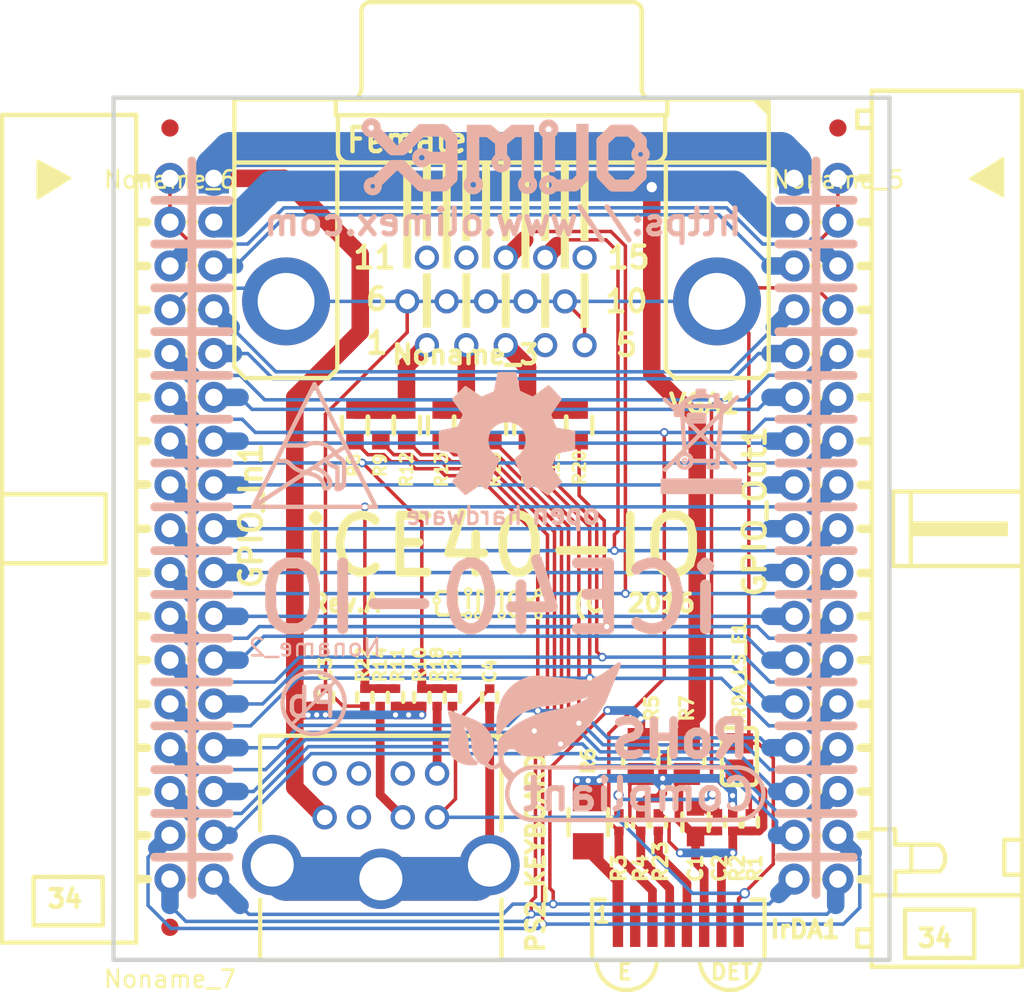
<source format=kicad_pcb>
(kicad_pcb (version 20171130) (host pcbnew "(5.1.12)-1")
  (layers (0 F.Cu signal) (31 B.Cu signal) (34 B.Paste user hide) (35 F.Paste user hide) (36 B.SilkS user hide) (37 F.SilkS user hide) (38 B.Mask user hide) (39 F.Mask user hide) (44 Edge.Cuts user))
  (net 0 "")
  (net 1 GND)
  (net 2 +5V)
  (net 3 +3V3)
  (net 4 /EXTCLK)
  (net 5 "Net-(C1-Pad2)")
  (net 6 "Net-(C4-Pad2)")
  (net 7 "Net-(IrDA1-Pad1)")
  (net 8 "Net-(IrDA1-Pad2)")
  (net 9 "Net-(IrDA1-Pad5)")
  (net 10 "Net-(IRDA_LS_E1-Pad1)")
  (net 11 "Net-(PS2_KEYBOARD1-Pad1)")
  (net 12 "Net-(PS2_KEYBOARD1-Pad2)")
  (net 13 "Net-(PS2_KEYBOARD1-Pad5)")
  (net 14 "Net-(PS2_KEYBOARD1-Pad6)")
  (net 15 "Net-(PS2_KEYBOARD1-Pad7)")
  (net 16 "Net-(PS2_KEYBOARD1-Pad8)")
  (net 17 "Net-(R12-Pad2)")
  (net 18 "Net-(VGA1-Pad4)")
  (net 19 "Net-(VGA1-Pad11)")
  (net 20 "Net-(VGA1-Pad12)")
  (net 21 "Net-(VGA1-Pad15)")
  (net 22 "Net-(IrDA1-Pad4)")
  (net 23 "Net-(R13-Pad2)")
  (net 24 "Net-(R17-Pad2)")
  (net 25 /GPIO_Pin<5>)
  (net 26 /GPIO_Pin<7>)
  (net 27 /GPIO_Pin<9>)
  (net 28 /IrDA_SC)
  (net 29 /IrDA_Rx)
  (net 30 /GPIO_Pin<11>)
  (net 31 /PS2_CLK)
  (net 32 /GPIO_Pin<13>)
  (net 33 /PS2_DATA)
  (net 34 /GPIO_Pin<15>)
  (net 35 /VGA_VSYNC)
  (net 36 /GPIO_Pin<17>)
  (net 37 /VGA_HSYNC)
  (net 38 /GPIO_Pin<19>)
  (net 39 /VGA_BLUE1)
  (net 40 /GPIO_Pin<25>)
  (net 41 /VGA_RED3)
  (net 42 /GPIO_Pin<31>)
  (net 43 /VGA_GREEN1)
  (net 44 /IrDA_Tx)
  (net 45 /VGA_RED2)
  (net 46 /VGA_GREEN3)
  (net 47 /VGA_GREEN2)
  (net 48 /VGA_RED1)
  (net 49 /VGA_BLUE3)
  (net 50 /VGA_BLUE2)
  (net 51 /GPIO_Pin<23>)
  (net 52 /GPIO_Pin<21>)
  (module OLIMEX_LOGOs-FP:LOGO_OPENHARDWARE_8x8 (layer B.Cu) (at 147.828 89.9795 180)
    (fp_text reference Noname_8 hide)
    (fp_text value "" hide)
    (fp_text user hardware (at 2.51206 -4.2672 180) (layer B.SilkS) (effects (font (thickness 0.18)) (justify mirror)))
    (fp_text user open (at -3.40106 -4.17576 180) (layer B.SilkS) (effects (font (size 1.1 1.1) (thickness 0.254)) (justify mirror)))
  )
  (module "OLIMEX_Connectors-FP:VGA15-F(CD0515S21J0)" (layer F.Cu) (at 147.5 78 180)
    (fp_text reference VGA1 (at -11.758 -9.757 180) (layer F.SilkS) (effects (font (size 1.1 1.1) (thickness 0.254))))
    (fp_text value "VGA15-F(CD0515S21J0)")
    (fp_text user 6 (at 7.239 -3.683 180) (layer F.SilkS) (effects (font (size 1.27 1.27) (thickness 0.254))))
    (fp_text user 10 (at -7.239 -3.81 180) (layer F.SilkS) (effects (font (size 1.27 1.27) (thickness 0.254))))
    (fp_text user 15 (at -7.366 -1.27 180) (layer F.SilkS) (effects (font (size 1.27 1.27) (thickness 0.254))))
    (fp_text user 11 (at 7.366 -1.27 180) (layer F.SilkS) (effects (font (size 1.27 1.27) (thickness 0.254))))
    (fp_text user Female (at 5.4864 5.5372 180) (layer F.SilkS) (effects (font (size 1.4 1.3) (thickness 0.254))))
    (fp_text user 1 (at 7.239 -6.223 180) (layer F.SilkS) (effects (font (size 1.27 1.27) (thickness 0.254))))
    (fp_text user 5 (at -7.239 -6.35 180) (layer F.SilkS) (effects (font (size 1.27 1.27) (thickness 0.254))))
    (pad 1 thru_hole circle (at 4.329 -6.35 180) (size 1.4 1.4) (drill 0.9) (layers *.Cu *.Mask) (net 17 "Net-(R12-Pad2)"))
    (pad 2 thru_hole circle (at 2.043 -6.35 180) (size 1.4 1.4) (drill 0.9) (layers *.Cu *.Mask) (net 23 "Net-(R13-Pad2)"))
    (pad 3 thru_hole circle (at -0.243 -6.35 180) (size 1.4 1.4) (drill 0.9) (layers *.Cu *.Mask) (net 24 "Net-(R17-Pad2)"))
    (pad 4 thru_hole circle (at -2.529 -6.35 180) (size 1.4 1.4) (drill 0.9) (layers *.Cu *.Mask) (net 18 "Net-(VGA1-Pad4)"))
    (pad 5 thru_hole circle (at -4.815 -6.35 180) (size 1.4 1.4) (drill 0.9) (layers *.Cu *.Mask) (net 1 GND))
    (pad 6 thru_hole circle (at 5.472 -3.81 180) (size 1.4 1.4) (drill 0.9) (layers *.Cu *.Mask) (net 1 GND))
    (pad 7 thru_hole circle (at 3.186 -3.81 180) (size 1.4 1.4) (drill 0.9) (layers *.Cu *.Mask) (net 1 GND))
    (pad 8 thru_hole circle (at 0.9 -3.81 180) (size 1.4 1.4) (drill 0.9) (layers *.Cu *.Mask) (net 1 GND))
    (pad 9 thru_hole circle (at -1.386 -3.81 180) (size 1.4 1.4) (drill 0.9) (layers *.Cu *.Mask) (net 1 GND))
    (pad 10 thru_hole circle (at -3.672 -3.81 180) (size 1.4 1.4) (drill 0.9) (layers *.Cu *.Mask) (net 1 GND))
    (pad 11 thru_hole circle (at 4.329 -1.27 180) (size 1.4 1.4) (drill 0.9) (layers *.Cu *.Mask) (net 19 "Net-(VGA1-Pad11)"))
    (pad 12 thru_hole circle (at 2.043 -1.27 180) (size 1.4 1.4) (drill 0.9) (layers *.Cu *.Mask) (net 20 "Net-(VGA1-Pad12)"))
    (pad 13 thru_hole circle (at -0.243 -1.27 180) (size 1.4 1.4) (drill 0.9) (layers *.Cu *.Mask) (net 37 /VGA_HSYNC))
    (pad 14 thru_hole circle (at -2.529 -1.27 180) (size 1.4 1.4) (drill 0.9) (layers *.Cu *.Mask) (net 35 /VGA_VSYNC))
    (pad 15 thru_hole circle (at -4.815 -1.27 180) (size 1.4 1.4) (drill 0.9) (layers *.Cu *.Mask) (net 21 "Net-(VGA1-Pad15)"))
    (pad 16 thru_hole circle (at -12.497 -3.81 180) (size 5.1 5.1) (drill 3.3) (layers *.Cu *.Mask) (net 1 GND))
    (pad 17 thru_hole circle (at 12.497 -3.81 180) (size 5.1 5.1) (drill 3.3) (layers *.Cu *.Mask) (net 1 GND))
  )
  (module OLIMEX_RLC-FP:R_0402_5MIL_DWS (layer F.Cu) (at 156.591 112.014 90)
    (fp_text reference R23 (at -2.286 0.127 90) (layer F.SilkS) (effects (font (size 0.8 0.8) (thickness 0.2))))
    (fp_text value NA)
    (pad 1 smd rect (at -0.508 0 270) (size 0.5 0.55) (layers F.Cu F.Paste F.Mask) (net 9 "Net-(IrDA1-Pad5)"))
    (pad 2 smd rect (at 0.508 0 90) (size 0.5 0.55) (layers F.Cu F.Paste F.Mask) (net 10 "Net-(IRDA_LS_E1-Pad1)"))
  )
  (module OLIMEX_RLC-FP:C_0603_5MIL_DWS (layer F.Cu) (at 158.75 112.014 270)
    (fp_text reference C1 (at 2.667 0 270) (layer F.SilkS) (effects (font (size 0.8 0.8) (thickness 0.2))))
    (fp_text value 22uF/6.3V)
    (pad 1 smd rect (at -0.889 0 270) (size 1.016 1.016) (layers F.Cu F.Paste F.Mask) (net 1 GND) (clearance 0.0508))
    (pad 2 smd rect (at 0.889 0 270) (size 1.016 1.016) (layers F.Cu F.Paste F.Mask) (net 5 "Net-(C1-Pad2)") (clearance 0.0508))
  )
  (module OLIMEX_RLC-FP:R_0402_5MIL_DWS (layer F.Cu) (at 161.925 112.014 270)
    (fp_text reference R1 (at 2.667 -0.254 270) (layer F.SilkS) (effects (font (size 0.8 0.8) (thickness 0.2))))
    (fp_text value NA)
    (pad 1 smd rect (at -0.508 0 90) (size 0.5 0.55) (layers F.Cu F.Paste F.Mask) (net 28 /IrDA_SC))
    (pad 2 smd rect (at 0.508 0 270) (size 0.5 0.55) (layers F.Cu F.Paste F.Mask) (net 10 "Net-(IRDA_LS_E1-Pad1)"))
  )
  (module OLIMEX_RLC-FP:R_0402_5MIL_DWS (layer F.Cu) (at 160.909 112.014 90)
    (fp_text reference R2 (at -2.667 0.254 90) (layer F.SilkS) (effects (font (size 0.8 0.8) (thickness 0.2))))
    (fp_text value 10k)
    (pad 1 smd rect (at -0.508 0 270) (size 0.5 0.55) (layers F.Cu F.Paste F.Mask) (net 10 "Net-(IRDA_LS_E1-Pad1)"))
    (pad 2 smd rect (at 0.508 0 90) (size 0.5 0.55) (layers F.Cu F.Paste F.Mask) (net 3 +3V3))
  )
  (module OLIMEX_RLC-FP:R_0402_5MIL_DWS (layer F.Cu) (at 154.305 112.014 90)
    (fp_text reference R3 (at -2.667 0 90) (layer F.SilkS) (effects (font (size 0.8 0.8) (thickness 0.2))))
    (fp_text value "NA(10k)")
    (pad 1 smd rect (at -0.508 0 270) (size 0.5 0.55) (layers F.Cu F.Paste F.Mask) (net 29 /IrDA_Rx))
    (pad 2 smd rect (at 0.508 0 90) (size 0.5 0.55) (layers F.Cu F.Paste F.Mask) (net 1 GND))
  )
  (module OLIMEX_RLC-FP:R_0402_5MIL_DWS (layer F.Cu) (at 155.575 112.014 90)
    (fp_text reference R4 (at -2.667 0 90) (layer F.SilkS) (effects (font (size 0.8 0.8) (thickness 0.2))))
    (fp_text value NA)
    (pad 1 smd rect (at -0.508 0 270) (size 0.5 0.55) (layers F.Cu F.Paste F.Mask) (net 22 "Net-(IrDA1-Pad4)"))
    (pad 2 smd rect (at 0.508 0 90) (size 0.5 0.55) (layers F.Cu F.Paste F.Mask) (net 3 +3V3))
  )
  (module OLIMEX_RLC-FP:C_0402_5MIL_DWS (layer F.Cu) (at 160.02 112.014 270)
    (fp_text reference C2 (at 2.667 -0.127 270) (layer F.SilkS) (effects (font (size 0.8 0.8) (thickness 0.2))))
    (fp_text value 100nF)
    (pad 1 smd rect (at -0.508 0 90) (size 0.5 0.55) (layers F.Cu F.Paste F.Mask) (net 1 GND))
    (pad 2 smd rect (at 0.508 0 270) (size 0.5 0.55) (layers F.Cu F.Paste F.Mask) (net 5 "Net-(C1-Pad2)"))
  )
  (module OLIMEX_RLC-FP:C_0402_5MIL_DWS (layer F.Cu) (at 137.287 104.775 270)
    (fp_text reference C3 (at -1.651 0 270) (layer F.SilkS) (effects (font (size 0.7 0.7) (thickness 0.175))))
    (fp_text value 100nF)
    (pad 1 smd rect (at -0.508 0 90) (size 0.5 0.55) (layers F.Cu F.Paste F.Mask) (net 1 GND))
    (pad 2 smd rect (at 0.508 0 270) (size 0.5 0.55) (layers F.Cu F.Paste F.Mask) (net 2 +5V))
  )
  (module OLIMEX_RLC-FP:R_0402_5MIL_DWS (layer F.Cu) (at 142.875 104.775 90)
    (fp_text reference R10 (at 1.905 -0.127 90) (layer F.SilkS) (effects (font (size 0.7 0.7) (thickness 0.175))))
    (fp_text value 5.6k)
    (pad 1 smd rect (at -0.508 0 270) (size 0.5 0.55) (layers F.Cu F.Paste F.Mask) (net 2 +5V))
    (pad 2 smd rect (at 0.508 0 90) (size 0.5 0.55) (layers F.Cu F.Paste F.Mask) (net 31 /PS2_CLK))
  )
  (module OLIMEX_RLC-FP:C_0402_5MIL_DWS (layer F.Cu) (at 146.812 104.775 270)
    (fp_text reference C4 (at -1.524 0 270) (layer F.SilkS) (effects (font (size 0.7 0.7) (thickness 0.175))))
    (fp_text value 10nF)
    (pad 1 smd rect (at -0.508 0 90) (size 0.5 0.55) (layers F.Cu F.Paste F.Mask) (net 1 GND))
    (pad 2 smd rect (at 0.508 0 270) (size 0.5 0.55) (layers F.Cu F.Paste F.Mask) (net 6 "Net-(C4-Pad2)"))
  )
  (module OLIMEX_IC-FP:TFDU4100_PACK (layer F.Cu) (at 157.75 118 180)
    (fp_text reference IrDA1 (at -7.35 -0.237 180) (layer F.SilkS) (effects (font (size 1.016 1.016) (thickness 0.254))))
    (fp_text value TFDU4100)
    (fp_text user E (at 3.1 -2.7 180) (layer F.SilkS) (effects (font (size 0.9 0.9) (thickness 0.2))))
    (fp_text user DET (at -3.1 -2.7 180) (layer F.SilkS) (effects (font (size 0.9 0.9) (thickness 0.2))))
    (fp_text user 1 (at 4.4 0.6 180) (layer F.SilkS) (effects (font (size 0.9 0.9) (thickness 0.2))))
    (pad 1 smd rect (at 3.5 0) (size 0.6 2.5) (layers F.Cu F.Paste F.Mask) (net 7 "Net-(IrDA1-Pad1)"))
    (pad 2 smd rect (at 2.5 0) (size 0.6 2.5) (layers F.Cu F.Paste F.Mask) (net 8 "Net-(IrDA1-Pad2)"))
    (pad 3 smd rect (at 1.5 0) (size 0.6 2.5) (layers F.Cu F.Paste F.Mask) (net 29 /IrDA_Rx))
    (pad 4 smd rect (at 0.5 0) (size 0.6 2.5) (layers F.Cu F.Paste F.Mask) (net 22 "Net-(IrDA1-Pad4)"))
    (pad 5 smd rect (at -0.5 0) (size 0.6 2.5) (layers F.Cu F.Paste F.Mask) (net 9 "Net-(IrDA1-Pad5)"))
    (pad 6 smd rect (at -1.5 0) (size 0.6 2.5) (layers F.Cu F.Paste F.Mask) (net 5 "Net-(C1-Pad2)"))
    (pad 7 smd rect (at -2.5 0) (size 0.6 2.5) (layers F.Cu F.Paste F.Mask) (net 10 "Net-(IRDA_LS_E1-Pad1)"))
    (pad 8 smd rect (at -3.5 0) (size 0.6 2.5) (layers F.Cu F.Paste F.Mask) (net 1 GND))
  )
  (module OLIMEX_Jumpers-FP:SJ (layer F.Cu) (at 161.29 108.204 90)
    (fp_text reference IRDA_LS_E1 (at 4.826 0 90) (layer F.SilkS) (effects (font (size 0.7 0.7) (thickness 0.175))))
    (fp_text value Opened)
    (pad 1 smd rect (at -0.762 0 90) (size 1.1684 1.6002) (layers F.Cu F.Mask) (net 10 "Net-(IRDA_LS_E1-Pad1)") (clearance 0.0508))
    (pad 1 smd rect (at -0.762 0 90) (size 1.1684 1.6002) (layers F.Cu F.Mask) (net 10 "Net-(IRDA_LS_E1-Pad1)"))
    (pad 2 smd rect (at 0.762 0 90) (size 1.1684 1.6002) (layers F.Cu F.Mask) (net 1 GND) (clearance 0.0508))
  )
  (module OLIMEX_RLC-FP:C_0603_5MIL_DWS (layer F.Cu) (at 139 89 90)
    (fp_text reference R8 (at -2.313 -0.062 270) (layer F.SilkS) (effects (font (size 0.7 0.7) (thickness 0.15875))))
    (fp_text value 470R)
    (pad 1 smd rect (at -0.889 0 90) (size 1.016 1.016) (layers F.Cu F.Paste F.Mask) (net 48 /VGA_RED1) (clearance 0.0508))
    (pad 2 smd rect (at 0.889 0 90) (size 1.016 1.016) (layers F.Cu F.Paste F.Mask) (net 17 "Net-(R12-Pad2)") (clearance 0.0508))
  )
  (module OLIMEX_RLC-FP:C_0603_5MIL_DWS (layer F.Cu) (at 142 89 90)
    (fp_text reference R12 (at -2.567 -0.014 90) (layer F.SilkS) (effects (font (size 0.7 0.7) (thickness 0.15875))))
    (fp_text value 1.8k)
    (pad 1 smd rect (at -0.889 0 90) (size 1.016 1.016) (layers F.Cu F.Paste F.Mask) (net 41 /VGA_RED3) (clearance 0.0508))
    (pad 2 smd rect (at 0.889 0 90) (size 1.016 1.016) (layers F.Cu F.Paste F.Mask) (net 17 "Net-(R12-Pad2)") (clearance 0.0508))
  )
  (module OLIMEX_RLC-FP:C_0603_5MIL_DWS (layer F.Cu) (at 145.5 89 90)
    (fp_text reference R15 (at -2.567 0.042 90) (layer F.SilkS) (effects (font (size 0.7 0.7) (thickness 0.15875))))
    (fp_text value 1k)
    (pad 1 smd rect (at -0.889 0 90) (size 1.016 1.016) (layers F.Cu F.Paste F.Mask) (net 47 /VGA_GREEN2) (clearance 0.0508))
    (pad 2 smd rect (at 0.889 0 90) (size 1.016 1.016) (layers F.Cu F.Paste F.Mask) (net 23 "Net-(R13-Pad2)") (clearance 0.0508))
  )
  (module OLIMEX_RLC-FP:C_0603_5MIL_DWS (layer F.Cu) (at 147 89 90)
    (fp_text reference R16 (at -2.567 0.066 90) (layer F.SilkS) (effects (font (size 0.7 0.7) (thickness 0.15875))))
    (fp_text value 1.8k)
    (pad 1 smd rect (at -0.889 0 90) (size 1.016 1.016) (layers F.Cu F.Paste F.Mask) (net 46 /VGA_GREEN3) (clearance 0.0508))
    (pad 2 smd rect (at 0.889 0 90) (size 1.016 1.016) (layers F.Cu F.Paste F.Mask) (net 23 "Net-(R13-Pad2)") (clearance 0.0508))
  )
  (module OLIMEX_RLC-FP:C_0603_5MIL_DWS (layer F.Cu) (at 150.5 89 90)
    (fp_text reference R19 (at -2.44 -0.005 90) (layer F.SilkS) (effects (font (size 0.7 0.7) (thickness 0.15875))))
    (fp_text value 1k)
    (pad 1 smd rect (at -0.889 0 90) (size 1.016 1.016) (layers F.Cu F.Paste F.Mask) (net 50 /VGA_BLUE2) (clearance 0.0508))
    (pad 2 smd rect (at 0.889 0 90) (size 1.016 1.016) (layers F.Cu F.Paste F.Mask) (net 24 "Net-(R17-Pad2)") (clearance 0.0508))
  )
  (module OLIMEX_RLC-FP:R_0402_5MIL_DWS (layer F.Cu) (at 144.653 104.775 270)
    (fp_text reference R21 (at -1.905 -0.127 270) (layer F.SilkS) (effects (font (size 0.7 0.7) (thickness 0.175))))
    (fp_text value 10k)
    (pad 1 smd rect (at -0.508 0 90) (size 0.5 0.55) (layers F.Cu F.Paste F.Mask) (net 31 /PS2_CLK))
    (pad 2 smd rect (at 0.508 0 270) (size 0.5 0.55) (layers F.Cu F.Paste F.Mask) (net 1 GND))
  )
  (module OLIMEX_RLC-FP:R_0402_5MIL_DWS (layer F.Cu) (at 139.573 104.775 270)
    (fp_text reference R22 (at -1.905 0.127 270) (layer F.SilkS) (effects (font (size 0.7 0.7) (thickness 0.175))))
    (fp_text value 10k)
    (pad 1 smd rect (at -0.508 0 90) (size 0.5 0.55) (layers F.Cu F.Paste F.Mask) (net 33 /PS2_DATA))
    (pad 2 smd rect (at 0.508 0 270) (size 0.5 0.55) (layers F.Cu F.Paste F.Mask) (net 1 GND))
  )
  (module OLIMEX_RLC-FP:R_0805_5MIL_DWS (layer F.Cu) (at 155.575 108.204 270)
    (fp_text reference R5 (at -2.794 -0.635 270) (layer F.SilkS) (effects (font (size 0.762 0.762) (thickness 0.1905))))
    (fp_text value 47R)
    (pad 1 smd rect (at -1.016 0) (size 1.524 1.27) (layers F.Cu F.Paste F.Mask) (net 44 /IrDA_Tx))
    (pad 2 smd rect (at 1.016 0) (size 1.524 1.27) (layers F.Cu F.Paste F.Mask) (net 22 "Net-(IrDA1-Pad4)"))
  )
  (module OLIMEX_RLC-FP:R_1206_5MIL_DWS (layer F.Cu) (at 152.527 112.014 90)
    (fp_text reference R6 (at 3.556 0 90) (layer F.SilkS) (effects (font (size 0.762 0.762) (thickness 0.1905))))
    (fp_text value 15R)
    (pad 1 smd rect (at -1.397 0 90) (size 1.524 1.778) (layers F.Cu F.Paste F.Mask) (net 7 "Net-(IrDA1-Pad1)"))
    (pad 2 smd rect (at 1.397 0 90) (size 1.524 1.778) (layers F.Cu F.Paste F.Mask) (net 3 +3V3))
  )
  (module OLIMEX_RLC-FP:R_0805_5MIL_DWS (layer F.Cu) (at 158.242 108.204 90)
    (fp_text reference R7 (at 2.794 0 90) (layer F.SilkS) (effects (font (size 0.762 0.762) (thickness 0.1905))))
    (fp_text value 47R)
    (pad 1 smd rect (at -1.016 0 180) (size 1.524 1.27) (layers F.Cu F.Paste F.Mask) (net 5 "Net-(C1-Pad2)"))
    (pad 2 smd rect (at 1.016 0 180) (size 1.524 1.27) (layers F.Cu F.Paste F.Mask) (net 3 +3V3))
  )
  (module OLIMEX_RLC-FP:C_0603_5MIL_DWS (layer F.Cu) (at 140.5 89 90)
    (fp_text reference R9 (at -2.313 -0.038 90) (layer F.SilkS) (effects (font (size 0.7 0.7) (thickness 0.15875))))
    (fp_text value 1k)
    (pad 1 smd rect (at -0.889 0 90) (size 1.016 1.016) (layers F.Cu F.Paste F.Mask) (net 45 /VGA_RED2) (clearance 0.0508))
    (pad 2 smd rect (at 0.889 0 90) (size 1.016 1.016) (layers F.Cu F.Paste F.Mask) (net 17 "Net-(R12-Pad2)") (clearance 0.0508))
  )
  (module OLIMEX_RLC-FP:R_0402_5MIL_DWS (layer F.Cu) (at 141.351 104.775 90)
    (fp_text reference R11 (at 1.905 0.127 90) (layer F.SilkS) (effects (font (size 0.7 0.7) (thickness 0.175))))
    (fp_text value 5.6k)
    (pad 1 smd rect (at -0.508 0 270) (size 0.5 0.55) (layers F.Cu F.Paste F.Mask) (net 2 +5V))
    (pad 2 smd rect (at 0.508 0 90) (size 0.5 0.55) (layers F.Cu F.Paste F.Mask) (net 33 /PS2_DATA))
  )
  (module OLIMEX_RLC-FP:C_0603_5MIL_DWS (layer F.Cu) (at 144 89 90)
    (fp_text reference R13 (at -2.567 0.018 90) (layer F.SilkS) (effects (font (size 0.7 0.7) (thickness 0.15875))))
    (fp_text value 470R)
    (pad 1 smd rect (at -0.889 0 90) (size 1.016 1.016) (layers F.Cu F.Paste F.Mask) (net 43 /VGA_GREEN1) (clearance 0.0508))
    (pad 2 smd rect (at 0.889 0 90) (size 1.016 1.016) (layers F.Cu F.Paste F.Mask) (net 23 "Net-(R13-Pad2)") (clearance 0.0508))
  )
  (module OLIMEX_RLC-FP:R_0402_5MIL_DWS (layer F.Cu) (at 140.462 104.775 270)
    (fp_text reference R14 (at -1.905 0 270) (layer F.SilkS) (effects (font (size 0.7 0.7) (thickness 0.175))))
    (fp_text value 200R)
    (pad 1 smd rect (at -0.508 0 90) (size 0.5 0.55) (layers F.Cu F.Paste F.Mask) (net 33 /PS2_DATA))
    (pad 2 smd rect (at 0.508 0 270) (size 0.5 0.55) (layers F.Cu F.Paste F.Mask) (net 11 "Net-(PS2_KEYBOARD1-Pad1)"))
  )
  (module OLIMEX_RLC-FP:C_0603_5MIL_DWS (layer F.Cu) (at 149 89 90)
    (fp_text reference R17 (at -2.44 0.098 90) (layer F.SilkS) (effects (font (size 0.7 0.7) (thickness 0.15875))))
    (fp_text value 470R)
    (pad 1 smd rect (at -0.889 0 90) (size 1.016 1.016) (layers F.Cu F.Paste F.Mask) (net 39 /VGA_BLUE1) (clearance 0.0508))
    (pad 2 smd rect (at 0.889 0 90) (size 1.016 1.016) (layers F.Cu F.Paste F.Mask) (net 24 "Net-(R17-Pad2)") (clearance 0.0508))
  )
  (module OLIMEX_RLC-FP:R_0402_5MIL_DWS (layer F.Cu) (at 143.764 104.775 270)
    (fp_text reference R18 (at -1.905 0 270) (layer F.SilkS) (effects (font (size 0.7 0.7) (thickness 0.175))))
    (fp_text value 200R)
    (pad 1 smd rect (at -0.508 0 90) (size 0.5 0.55) (layers F.Cu F.Paste F.Mask) (net 31 /PS2_CLK))
    (pad 2 smd rect (at 0.508 0 270) (size 0.5 0.55) (layers F.Cu F.Paste F.Mask) (net 13 "Net-(PS2_KEYBOARD1-Pad5)"))
  )
  (module OLIMEX_RLC-FP:C_0603_5MIL_DWS (layer F.Cu) (at 152 89 90)
    (fp_text reference R20 (at -2.44 0.019 90) (layer F.SilkS) (effects (font (size 0.7 0.7) (thickness 0.15875))))
    (fp_text value 1.8k)
    (pad 1 smd rect (at -0.889 0 90) (size 1.016 1.016) (layers F.Cu F.Paste F.Mask) (net 49 /VGA_BLUE3) (clearance 0.0508))
    (pad 2 smd rect (at 0.889 0 90) (size 1.016 1.016) (layers F.Cu F.Paste F.Mask) (net 24 "Net-(R17-Pad2)") (clearance 0.0508))
  )
  (module OLIMEX_Other-FP:Fiducial1x3 (layer F.Cu) (at 128.27 118.11)
    (fp_text reference Noname_7 (at 0 3) (layer F.SilkS))
    (fp_text value "")
    (pad Fid1 connect circle (at 0 0) (size 1 1) (layers F.Cu F.Mask) (clearance 1.016))
  )
  (module OLIMEX_Other-FP:Fiducial1x3 (layer F.Cu) (at 128.27 71.755)
    (fp_text reference Noname_6 (at 0 3) (layer F.SilkS))
    (fp_text value "")
    (pad Fid2 connect circle (at 0 0) (size 1 1) (layers F.Cu F.Mask) (clearance 1.016))
  )
  (module OLIMEX_Other-FP:Fiducial1x3 (layer F.Cu) (at 167.005 71.755)
    (fp_text reference Noname_5 (at 0 3) (layer F.SilkS))
    (fp_text value "")
    (pad Fid3 connect circle (at 0 0) (size 1 1) (layers F.Cu F.Mask) (clearance 1.016))
  )
  (module OLIMEX_LOGOs-FP:OLIMEX_LOGO_TB (layer B.Cu) (at 147.574 73.406 180)
    (fp_text reference Noname_4 hide)
    (fp_text value "" hide)
  )
  (module OLIMEX_LOGOs-FP:OLIMEX_LOGO_SMALL_TB (layer F.Cu) (at 146.685 99.314)
    (fp_text reference Noname_3 (at -1.2827 -14.4145) (layer F.SilkS) (effects (font (size 1.1 1.1) (thickness 0.254))))
    (fp_text value "")
  )
  (module OLIMEX_LOGOs-FP:LOGO_PBFREE (layer B.Cu) (at 136.398 105.41 180)
    (fp_text reference Noname_2 (at -0.2794 3.52552 180) (layer B.SilkS) (effects (justify mirror)))
    (fp_text value "")
    (fp_text user Pb (at -0.08636 0.33528 180) (layer B.SilkS) (effects (font (size 1.7 1.5) (thickness 0.254)) (justify mirror)))
  )
  (module OLIMEX_LOGOs-FP:LOGO_ROHS_1 (layer B.Cu) (at 161.671 111.252 180)
    (fp_text reference Ref**_2 hide)
    (fp_text value Val** hide)
    (fp_text user RoHS (at 3.81508 4.04368 180) (layer B.SilkS) (effects (font (size 2 2) (thickness 0.5)) (justify mirror)))
    (fp_text user Compliant (at 6.20014 0.8382 180) (layer B.SilkS) (effects (font (size 1.778 1.778) (thickness 0.35)) (justify mirror)))
  )
  (module OLIMEX_LOGOs-FP:LOGO_RECYCLEBIN_1 (layer B.Cu) (at 161.417 92.964 180)
    (fp_text reference Noname_1 hide)
    (fp_text value "" hide)
  )
  (module OLIMEX_Connectors-FP:IDC34R_PCB (layer F.Cu) (at 129.54 94.996 90)
    (fp_text reference GPIO_In1 (at 0.762 3.429 90) (layer F.SilkS) (effects (font (size 1.27 1.27) (thickness 0.254))))
    (fp_text value IDC34R)
    (fp_text user 34 (at -21.463 -7.366 180) (layer F.SilkS) (effects (font (size 1.016 1.016) (thickness 0.254))))
    (pad 1 thru_hole rect (at 20.32 1.27 270) (size 1.75 1.75) (drill 1) (layers *.Cu *.Mask) (net 2 +5V))
    (pad 2 thru_hole circle (at 20.32 -1.27 270) (size 1.8 1.8) (drill 1) (layers *.Cu *.Mask) (net 1 GND))
    (pad 3 thru_hole circle (at 17.78 1.27 270) (size 1.8 1.8) (drill 1) (layers *.Cu *.Mask) (net 3 +3V3))
    (pad 4 thru_hole circle (at 17.78 -1.27 270) (size 1.8 1.8) (drill 1) (layers *.Cu *.Mask) (net 1 GND))
    (pad 5 thru_hole circle (at 15.24 1.27 270) (size 1.8 1.8) (drill 1) (layers *.Cu *.Mask) (net 25 /GPIO_Pin<5>))
    (pad 6 thru_hole circle (at 15.24 -1.27 270) (size 1.8 1.8) (drill 1) (layers *.Cu *.Mask) (net 4 /EXTCLK))
    (pad 7 thru_hole circle (at 12.7 1.27 270) (size 1.8 1.8) (drill 1) (layers *.Cu *.Mask) (net 26 /GPIO_Pin<7>))
    (pad 8 thru_hole circle (at 12.7 -1.27 270) (size 1.8 1.8) (drill 1) (layers *.Cu *.Mask) (net 1 GND))
    (pad 9 thru_hole circle (at 10.16 1.27 270) (size 1.8 1.8) (drill 1) (layers *.Cu *.Mask) (net 27 /GPIO_Pin<9>))
    (pad 10 thru_hole circle (at 10.16 -1.27 270) (size 1.8 1.8) (drill 1) (layers *.Cu *.Mask) (net 28 /IrDA_SC))
    (pad 12 thru_hole circle (at 7.62 -1.27 270) (size 1.8 1.8) (drill 1) (layers *.Cu *.Mask) (net 29 /IrDA_Rx))
    (pad 11 thru_hole circle (at 7.62 1.27 270) (size 1.8 1.8) (drill 1) (layers *.Cu *.Mask) (net 30 /GPIO_Pin<11>))
    (pad 14 thru_hole circle (at 5.08 -1.27 270) (size 1.8 1.8) (drill 1) (layers *.Cu *.Mask) (net 31 /PS2_CLK))
    (pad 13 thru_hole circle (at 5.08 1.27 270) (size 1.8 1.8) (drill 1) (layers *.Cu *.Mask) (net 32 /GPIO_Pin<13>))
    (pad 16 thru_hole circle (at 2.54 -1.27 270) (size 1.8 1.8) (drill 1) (layers *.Cu *.Mask) (net 33 /PS2_DATA))
    (pad 15 thru_hole circle (at 2.54 1.27 270) (size 1.8 1.8) (drill 1) (layers *.Cu *.Mask) (net 34 /GPIO_Pin<15>))
    (pad 18 thru_hole circle (at 0 -1.27 270) (size 1.8 1.8) (drill 1) (layers *.Cu *.Mask) (net 35 /VGA_VSYNC))
    (pad 17 thru_hole circle (at 0 1.27 270) (size 1.8 1.8) (drill 1) (layers *.Cu *.Mask) (net 36 /GPIO_Pin<17>))
    (pad 20 thru_hole circle (at -2.54 -1.27 270) (size 1.8 1.8) (drill 1) (layers *.Cu *.Mask) (net 37 /VGA_HSYNC))
    (pad 19 thru_hole circle (at -2.54 1.27 270) (size 1.8 1.8) (drill 1) (layers *.Cu *.Mask) (net 38 /GPIO_Pin<19>))
    (pad 26 thru_hole circle (at -10.16 -1.27 270) (size 1.8 1.8) (drill 1) (layers *.Cu *.Mask) (net 39 /VGA_BLUE1))
    (pad 25 thru_hole circle (at -10.16 1.27 270) (size 1.8 1.8) (drill 1) (layers *.Cu *.Mask) (net 40 /GPIO_Pin<25>))
    (pad 34 thru_hole circle (at -20.32 -1.27 270) (size 1.8 1.8) (drill 1) (layers *.Cu *.Mask) (net 41 /VGA_RED3))
    (pad 31 thru_hole circle (at -17.78 1.27 270) (size 1.8 1.8) (drill 1) (layers *.Cu *.Mask) (net 42 /GPIO_Pin<31>))
    (pad 32 thru_hole circle (at -17.78 -1.27 270) (size 1.8 1.8) (drill 1) (layers *.Cu *.Mask) (net 43 /VGA_GREEN1))
    (pad 33 thru_hole circle (at -20.32 1.27 270) (size 1.8 1.8) (drill 1) (layers *.Cu *.Mask) (net 44 /IrDA_Tx))
    (pad 29 thru_hole circle (at -15.24 1.27 270) (size 1.8 1.8) (drill 1) (layers *.Cu *.Mask) (net 45 /VGA_RED2))
    (pad 28 thru_hole circle (at -12.7 -1.27 270) (size 1.8 1.8) (drill 1) (layers *.Cu *.Mask) (net 46 /VGA_GREEN3))
    (pad 30 thru_hole circle (at -15.24 -1.27 270) (size 1.8 1.8) (drill 1) (layers *.Cu *.Mask) (net 47 /VGA_GREEN2))
    (pad 27 thru_hole circle (at -12.7 1.27 270) (size 1.8 1.8) (drill 1) (layers *.Cu *.Mask) (net 48 /VGA_RED1))
    (pad 22 thru_hole circle (at -5.08 -1.27 270) (size 1.8 1.8) (drill 1) (layers *.Cu *.Mask) (net 49 /VGA_BLUE3))
    (pad 24 thru_hole circle (at -7.62 -1.27 270) (size 1.8 1.8) (drill 1) (layers *.Cu *.Mask) (net 50 /VGA_BLUE2))
    (pad 23 thru_hole circle (at -7.62 1.27 270) (size 1.8 1.8) (drill 1) (layers *.Cu *.Mask) (net 51 /GPIO_Pin<23>))
    (pad 21 thru_hole circle (at -5.08 1.27 270) (size 1.8 1.8) (drill 1) (layers *.Cu *.Mask) (net 52 /GPIO_Pin<21>))
  )
  (module OLIMEX_Connectors-FP:BH34R (layer F.Cu) (at 165.735 94.996 270)
    (fp_text reference GPIO_Out1 (at -1.016 3.556 270) (layer F.SilkS) (effects (font (size 1.27 1.27) (thickness 0.254))))
    (fp_text value BH34R)
    (fp_text user 34 (at 23.749 -6.9088) (layer F.SilkS) (effects (font (size 1.016 1.016) (thickness 0.254))))
    (pad 1 thru_hole rect (at -20.32 1.27 270) (size 1.75 1.75) (drill 1) (layers *.Cu *.Mask) (net 2 +5V))
    (pad 2 thru_hole circle (at -20.32 -1.27 270) (size 1.8 1.8) (drill 1) (layers *.Cu *.Mask) (net 1 GND))
    (pad 3 thru_hole circle (at -17.78 1.27 270) (size 1.8 1.8) (drill 1) (layers *.Cu *.Mask) (net 3 +3V3))
    (pad 4 thru_hole circle (at -17.78 -1.27 270) (size 1.8 1.8) (drill 1) (layers *.Cu *.Mask) (net 1 GND))
    (pad 5 thru_hole circle (at -15.24 1.27 270) (size 1.8 1.8) (drill 1) (layers *.Cu *.Mask) (net 25 /GPIO_Pin<5>))
    (pad 6 thru_hole circle (at -15.24 -1.27 270) (size 1.8 1.8) (drill 1) (layers *.Cu *.Mask) (net 4 /EXTCLK))
    (pad 7 thru_hole circle (at -12.7 1.27 270) (size 1.8 1.8) (drill 1) (layers *.Cu *.Mask) (net 26 /GPIO_Pin<7>))
    (pad 8 thru_hole circle (at -12.7 -1.27 270) (size 1.8 1.8) (drill 1) (layers *.Cu *.Mask) (net 1 GND))
    (pad 9 thru_hole circle (at -10.16 1.27 270) (size 1.8 1.8) (drill 1) (layers *.Cu *.Mask) (net 27 /GPIO_Pin<9>))
    (pad 10 thru_hole circle (at -10.16 -1.27 270) (size 1.8 1.8) (drill 1) (layers *.Cu *.Mask) (net 28 /IrDA_SC))
    (pad 12 thru_hole circle (at -7.62 -1.27 270) (size 1.8 1.8) (drill 1) (layers *.Cu *.Mask) (net 29 /IrDA_Rx))
    (pad 11 thru_hole circle (at -7.62 1.27 270) (size 1.8 1.8) (drill 1) (layers *.Cu *.Mask) (net 30 /GPIO_Pin<11>))
    (pad 14 thru_hole circle (at -5.08 -1.27 270) (size 1.8 1.8) (drill 1) (layers *.Cu *.Mask) (net 31 /PS2_CLK))
    (pad 13 thru_hole circle (at -5.08 1.27 270) (size 1.8 1.8) (drill 1) (layers *.Cu *.Mask) (net 32 /GPIO_Pin<13>))
    (pad 16 thru_hole circle (at -2.54 -1.27 270) (size 1.8 1.8) (drill 1) (layers *.Cu *.Mask) (net 33 /PS2_DATA))
    (pad 15 thru_hole circle (at -2.54 1.27 270) (size 1.8 1.8) (drill 1) (layers *.Cu *.Mask) (net 34 /GPIO_Pin<15>))
    (pad 18 thru_hole circle (at 0 -1.27 270) (size 1.8 1.8) (drill 1) (layers *.Cu *.Mask) (net 35 /VGA_VSYNC))
    (pad 17 thru_hole circle (at 0 1.27 270) (size 1.8 1.8) (drill 1) (layers *.Cu *.Mask) (net 36 /GPIO_Pin<17>))
    (pad 20 thru_hole circle (at 2.54 -1.27 270) (size 1.8 1.8) (drill 1) (layers *.Cu *.Mask) (net 37 /VGA_HSYNC))
    (pad 19 thru_hole circle (at 2.54 1.27 270) (size 1.8 1.8) (drill 1) (layers *.Cu *.Mask) (net 38 /GPIO_Pin<19>))
    (pad 26 thru_hole circle (at 10.16 -1.27 270) (size 1.8 1.8) (drill 1) (layers *.Cu *.Mask) (net 39 /VGA_BLUE1))
    (pad 25 thru_hole circle (at 10.16 1.27 270) (size 1.8 1.8) (drill 1) (layers *.Cu *.Mask) (net 40 /GPIO_Pin<25>))
    (pad 34 thru_hole circle (at 20.32 -1.27 270) (size 1.8 1.8) (drill 1) (layers *.Cu *.Mask) (net 41 /VGA_RED3))
    (pad 31 thru_hole circle (at 17.78 1.27 270) (size 1.8 1.8) (drill 1) (layers *.Cu *.Mask) (net 42 /GPIO_Pin<31>))
    (pad 32 thru_hole circle (at 17.78 -1.27 270) (size 1.8 1.8) (drill 1) (layers *.Cu *.Mask) (net 43 /VGA_GREEN1))
    (pad 33 thru_hole circle (at 20.32 1.27 270) (size 1.8 1.8) (drill 1) (layers *.Cu *.Mask) (net 44 /IrDA_Tx))
    (pad 29 thru_hole circle (at 15.24 1.27 270) (size 1.8 1.8) (drill 1) (layers *.Cu *.Mask) (net 45 /VGA_RED2))
    (pad 28 thru_hole circle (at 12.7 -1.27 270) (size 1.8 1.8) (drill 1) (layers *.Cu *.Mask) (net 46 /VGA_GREEN3))
    (pad 30 thru_hole circle (at 15.24 -1.27 270) (size 1.8 1.8) (drill 1) (layers *.Cu *.Mask) (net 47 /VGA_GREEN2))
    (pad 27 thru_hole circle (at 12.7 1.27 270) (size 1.8 1.8) (drill 1) (layers *.Cu *.Mask) (net 48 /VGA_RED1))
    (pad 22 thru_hole circle (at 5.08 -1.27 270) (size 1.8 1.8) (drill 1) (layers *.Cu *.Mask) (net 49 /VGA_BLUE3))
    (pad 24 thru_hole circle (at 7.62 -1.27 270) (size 1.8 1.8) (drill 1) (layers *.Cu *.Mask) (net 50 /VGA_BLUE2))
    (pad 23 thru_hole circle (at 7.62 1.27 270) (size 1.8 1.8) (drill 1) (layers *.Cu *.Mask) (net 51 /GPIO_Pin<23>))
    (pad 21 thru_hole circle (at 5.08 1.27 270) (size 1.8 1.8) (drill 1) (layers *.Cu *.Mask) (net 52 /GPIO_Pin<21>))
  )
  (module OLIMEX_Connectors-FP:PS2_MDR6_MINI-DIN (layer F.Cu) (at 140.5 113.5)
    (fp_text reference PS2_KEYBOARD1 (at 8.979 -0.216 90) (layer F.SilkS) (effects (font (size 1.016 1.016) (thickness 0.254))))
    (fp_text value MDR6_MINI-DIN)
    (pad 1 thru_hole circle (at 1.27 -1.77) (size 1.41 1.41) (drill 0.9) (layers *.Cu *.Mask) (net 11 "Net-(PS2_KEYBOARD1-Pad1)"))
    (pad 2 thru_hole circle (at -1.27 -1.77) (size 1.41 1.41) (drill 0.9) (layers *.Cu *.Mask) (net 12 "Net-(PS2_KEYBOARD1-Pad2)"))
    (pad 3 thru_hole circle (at 3.26 -1.77) (size 1.41 1.41) (drill 0.9) (layers *.Cu *.Mask) (net 1 GND))
    (pad 4 thru_hole circle (at -3.26 -1.77) (size 1.41 1.41) (drill 0.9) (layers *.Cu *.Mask) (net 2 +5V))
    (pad 5 thru_hole circle (at 3.26 -4.31) (size 1.41 1.41) (drill 0.9) (layers *.Cu *.Mask) (net 13 "Net-(PS2_KEYBOARD1-Pad5)"))
    (pad 6 thru_hole circle (at -3.26 -4.31) (size 1.41 1.41) (drill 0.9) (layers *.Cu *.Mask) (net 14 "Net-(PS2_KEYBOARD1-Pad6)"))
    (pad 7 thru_hole circle (at -1.27 -4.31) (size 1.41 1.41) (drill 0.9) (layers *.Cu *.Mask) (net 15 "Net-(PS2_KEYBOARD1-Pad7)"))
    (pad 8 thru_hole circle (at 1.27 -4.31) (size 1.41 1.41) (drill 0.9) (layers *.Cu *.Mask) (net 16 "Net-(PS2_KEYBOARD1-Pad8)"))
    (pad 9 thru_hole circle (at -6.3 1) (size 3.5 3.5) (drill 2.5) (layers *.Cu *.Mask) (net 6 "Net-(C4-Pad2)"))
    (pad 9 thru_hole circle (at 0 1.8) (size 3.5 3.5) (drill 2.5) (layers *.Cu *.Mask) (net 6 "Net-(C4-Pad2)"))
    (pad 9 thru_hole circle (at 6.3 1) (size 3.5 3.5) (drill 2.5) (layers *.Cu *.Mask) (net 6 "Net-(C4-Pad2)"))
  )
  (module OLIMEX_LOGOs-FP:LOGO_ANTISTATIC_1 (layer B.Cu) (at 140.208 93.726 180)
    (fp_text reference Ref** hide)
    (fp_text value Val** hide)
  )
  (gr_line (start 147.447 107.315) (end 147.193 107.061) (layer F.SilkS) (width 0.254))
  (gr_line (start 162.56 70.485) (end 162.179 70.104) (layer F.SilkS) (width 0.254))
  (gr_line (start 162.56 70.485) (end 162.941 70.866) (layer F.SilkS) (width 0.254))
  (gr_line (start 162.814 70.104) (end 162.814 70.485) (layer F.SilkS) (width 0.254))
  (gr_line (start 162.687 70.104) (end 162.687 70.485) (layer F.SilkS) (width 0.254))
  (gr_line (start 162.56 70.485) (end 162.941 70.485) (layer F.SilkS) (width 0.254))
  (gr_line (start 162.56 70.104) (end 162.56 70.485) (layer F.SilkS) (width 0.254))
  (gr_line (start 163.576 75.946) (end 167.894 75.946) (angle 90) (layer B.SilkS) (width 0.508))
  (gr_line (start 163.576 78.486) (end 167.894 78.486) (angle 90) (layer B.SilkS) (width 0.508))
  (gr_line (start 163.576 81.026) (end 167.894 81.026) (angle 90) (layer B.SilkS) (width 0.508))
  (gr_line (start 163.576 83.566) (end 167.894 83.566) (angle 90) (layer B.SilkS) (width 0.508))
  (gr_line (start 163.576 86.106) (end 167.894 86.106) (angle 90) (layer B.SilkS) (width 0.508))
  (gr_line (start 163.576 88.646) (end 167.894 88.646) (angle 90) (layer B.SilkS) (width 0.508))
  (gr_line (start 163.576 91.186) (end 167.894 91.186) (angle 90) (layer B.SilkS) (width 0.508))
  (gr_line (start 163.576 93.726) (end 167.894 93.726) (angle 90) (layer B.SilkS) (width 0.508))
  (gr_line (start 163.576 96.266) (end 167.894 96.266) (angle 90) (layer B.SilkS) (width 0.508))
  (gr_line (start 163.576 98.806) (end 167.894 98.806) (angle 90) (layer B.SilkS) (width 0.508))
  (gr_line (start 163.576 101.346) (end 167.894 101.346) (angle 90) (layer B.SilkS) (width 0.508))
  (gr_line (start 163.576 103.886) (end 167.894 103.886) (angle 90) (layer B.SilkS) (width 0.508))
  (gr_line (start 163.576 106.426) (end 167.894 106.426) (angle 90) (layer B.SilkS) (width 0.508))
  (gr_line (start 163.576 108.966) (end 167.894 108.966) (angle 90) (layer B.SilkS) (width 0.508))
  (gr_line (start 163.576 111.506) (end 167.894 111.506) (angle 90) (layer B.SilkS) (width 0.508))
  (gr_line (start 163.576 114.046) (end 167.894 114.046) (angle 90) (layer B.SilkS) (width 0.508))
  (gr_line (start 127.381 75.946) (end 131.699 75.946) (angle 90) (layer B.SilkS) (width 0.508))
  (gr_line (start 127.381 78.486) (end 131.699 78.486) (angle 90) (layer B.SilkS) (width 0.508))
  (gr_line (start 127.381 81.026) (end 131.699 81.026) (angle 90) (layer B.SilkS) (width 0.508))
  (gr_line (start 127.381 83.566) (end 131.699 83.566) (angle 90) (layer B.SilkS) (width 0.508))
  (gr_line (start 127.381 86.106) (end 131.699 86.106) (angle 90) (layer B.SilkS) (width 0.508))
  (gr_line (start 127.381 88.646) (end 131.699 88.646) (angle 90) (layer B.SilkS) (width 0.508))
  (gr_line (start 127.381 91.186) (end 131.699 91.186) (angle 90) (layer B.SilkS) (width 0.508))
  (gr_line (start 127.381 93.726) (end 131.699 93.726) (angle 90) (layer B.SilkS) (width 0.508))
  (gr_line (start 127.381 96.266) (end 131.699 96.266) (angle 90) (layer B.SilkS) (width 0.508))
  (gr_line (start 127.381 98.806) (end 131.699 98.806) (angle 90) (layer B.SilkS) (width 0.508))
  (gr_line (start 127.381 101.346) (end 131.699 101.346) (angle 90) (layer B.SilkS) (width 0.508))
  (gr_line (start 127.381 103.886) (end 131.699 103.886) (angle 90) (layer B.SilkS) (width 0.508))
  (gr_line (start 127.381 106.426) (end 131.699 106.426) (angle 90) (layer B.SilkS) (width 0.508))
  (gr_line (start 127.381 108.966) (end 131.699 108.966) (angle 90) (layer B.SilkS) (width 0.508))
  (gr_line (start 127.381 111.506) (end 131.699 111.506) (angle 90) (layer B.SilkS) (width 0.508))
  (gr_line (start 127.381 114.046) (end 131.699 114.046) (angle 90) (layer B.SilkS) (width 0.508))
  (gr_line (start 165.735 116.205) (end 165.735 73.66) (angle 90) (layer B.SilkS) (width 0.508))
  (gr_line (start 129.54 116.205) (end 129.54 73.66) (angle 90) (layer B.SilkS) (width 0.508))
  (gr_line (start 125 120) (end 125 70) (angle 90) (layer Edge.Cuts) (width 0.254))
  (gr_line (start 170 120) (end 125 120) (angle 90) (layer Edge.Cuts) (width 0.254))
  (gr_line (start 170 70) (end 170 120) (angle 90) (layer Edge.Cuts) (width 0.254))
  (gr_line (start 125 70) (end 170 70) (angle 90) (layer Edge.Cuts) (width 0.254))
  (gr_text iCE40-IO (at 146.812 99.06) (layer B.SilkS) (effects (font (size 3.81 3.81) (thickness 0.635)) (justify mirror)))
  (gr_text Rev.A (at 138.43 99.314) (layer F.SilkS) (effects (font (size 1.016 1.016) (thickness 0.254))))
  (gr_text iCE40-IO (at 147.574 96.012) (layer F.SilkS) (effects (font (size 3.302 3.302) (thickness 0.508))))
  (gr_text "2 Layers PCB" (at 147.066 124.079) (layer F.SilkS) (effects (font (size 1.5 1.5) (thickness 0.3))))
  (gr_text https://www.olimex.com (at 147.574 77.216) (layer B.SilkS) (effects (font (size 1.5 1.5) (thickness 0.3)) (justify mirror)))
  (gr_text 45x50mm (at 147.32 126.873) (layer F.SilkS) (effects (font (size 1.5 1.5) (thickness 0.3))))
  (gr_text "(C) 2016" (at 155.194 99.314) (layer F.SilkS) (effects (font (size 1.016 1.016) (thickness 0.254))))
  (via (at 159.73044 110.39348) (size 0.6) (drill 0.4) (layers F.Cu B.Cu) (net 1))
  (via (at 154.28468 110.44682) (size 0.6) (drill 0.4) (layers F.Cu B.Cu) (net 1))
  (segment (start 139.573 105.283) (end 138.303 105.283) (width 0.2032) (layer F.Cu) (net 1))
  (segment (start 138.303 105.283) (end 137.287 104.267) (width 0.2032) (layer F.Cu) (net 1))
  (segment (start 151.172 81.81) (end 152.315 82.953) (width 0.2032) (layer F.Cu) (net 1))
  (segment (start 152.315 82.953) (end 152.315 84.35) (width 0.2032) (layer F.Cu) (net 1))
  (segment (start 144.314 81.81) (end 142.028 81.81) (width 0.2032) (layer B.Cu) (net 1))
  (segment (start 146.6 81.81) (end 144.314 81.81) (width 0.2032) (layer B.Cu) (net 1))
  (segment (start 148.886 81.81) (end 146.6 81.81) (width 0.2032) (layer B.Cu) (net 1))
  (segment (start 151.172 81.81) (end 148.886 81.81) (width 0.2032) (layer B.Cu) (net 1))
  (segment (start 159.997 81.81) (end 151.172 81.81) (width 0.2032) (layer B.Cu) (net 1))
  (segment (start 135.003 81.81) (end 142.028 81.81) (width 0.2032) (layer B.Cu) (net 1))
  (segment (start 128.27 82.296) (end 129.519 81.047) (width 0.2032) (layer B.Cu) (net 1))
  (segment (start 129.519 81.047) (end 134.24 81.047) (width 0.2032) (layer B.Cu) (net 1))
  (segment (start 134.24 81.047) (end 135.003 81.81) (width 0.2032) (layer B.Cu) (net 1))
  (segment (start 137.287 104.267) (end 137.287 88.3492) (width 0.2032) (layer F.Cu) (net 1))
  (segment (start 137.287 88.3492) (end 142.028 83.6082) (width 0.2032) (layer F.Cu) (net 1))
  (segment (start 142.028 83.6082) (end 142.028 81.81) (width 0.2032) (layer F.Cu) (net 1))
  (segment (start 161.25 116.4909) (end 161.6031 116.1378) (width 0.2032) (layer F.Cu) (net 1))
  (segment (start 161.6031 116.1378) (end 161.6031 116.1377) (width 0.2032) (layer F.Cu) (net 1))
  (segment (start 143.76 111.73) (end 154.1608 111.73) (width 0.2032) (layer B.Cu) (net 1))
  (segment (start 154.1608 111.73) (end 158.5685 116.1377) (width 0.2032) (layer B.Cu) (net 1))
  (segment (start 158.5685 116.1377) (end 161.6031 116.1377) (width 0.2032) (layer B.Cu) (net 1))
  (segment (start 161.25 116.4909) (end 161.25 116.4451) (width 0.2032) (layer F.Cu) (net 1))
  (segment (start 161.25 118) (end 161.25 116.4909) (width 0.2032) (layer F.Cu) (net 1))
  (segment (start 144.8291 106.014) (end 144.653 105.8379) (width 0.2032) (layer F.Cu) (net 1))
  (segment (start 143.76 111.73) (end 144.8291 110.6609) (width 0.2032) (layer F.Cu) (net 1))
  (segment (start 144.8291 110.6609) (end 144.8291 106.014) (width 0.2032) (layer F.Cu) (net 1))
  (segment (start 144.8291 106.014) (end 145.065 106.014) (width 0.2032) (layer F.Cu) (net 1))
  (segment (start 145.065 106.014) (end 146.812 104.267) (width 0.2032) (layer F.Cu) (net 1))
  (segment (start 160.02 111.506) (end 159.4401 111.506) (width 0.2032) (layer F.Cu) (net 1))
  (segment (start 158.75 111.125) (end 159.0591 111.125) (width 0.2032) (layer F.Cu) (net 1))
  (segment (start 159.0591 111.125) (end 159.4401 111.506) (width 0.2032) (layer F.Cu) (net 1))
  (segment (start 161.8425 107.442) (end 161.8425 83.6555) (width 0.2032) (layer F.Cu) (net 1))
  (segment (start 161.8425 83.6555) (end 159.997 81.81) (width 0.2032) (layer F.Cu) (net 1))
  (segment (start 161.8425 107.442) (end 162.395 107.442) (width 0.2032) (layer F.Cu) (net 1))
  (segment (start 161.29 107.442) (end 161.8425 107.442) (width 0.2032) (layer F.Cu) (net 1))
  (segment (start 162.395 107.442) (end 163.26 108.307) (width 0.2032) (layer F.Cu) (net 1))
  (segment (start 163.26 108.307) (end 163.26 114.4351) (width 0.2032) (layer F.Cu) (net 1))
  (segment (start 163.26 114.4351) (end 161.25 116.4451) (width 0.2032) (layer F.Cu) (net 1))
  (segment (start 128.27 77.216) (end 128.27 74.676) (width 0.2032) (layer F.Cu) (net 1))
  (segment (start 128.27 82.296) (end 129.54 81.026) (width 0.2032) (layer F.Cu) (net 1))
  (segment (start 129.54 81.026) (end 129.54 78.486) (width 0.2032) (layer F.Cu) (net 1))
  (segment (start 129.54 78.486) (end 128.27 77.216) (width 0.2032) (layer F.Cu) (net 1))
  (segment (start 165.735 81.026) (end 160.781 81.026) (width 0.2032) (layer F.Cu) (net 1))
  (segment (start 160.781 81.026) (end 159.997 81.81) (width 0.2032) (layer F.Cu) (net 1))
  (segment (start 167.005 82.296) (end 165.735 81.026) (width 0.2032) (layer F.Cu) (net 1))
  (segment (start 165.735 81.026) (end 165.735 78.486) (width 0.2032) (layer F.Cu) (net 1))
  (segment (start 165.735 78.486) (end 167.005 77.216) (width 0.2032) (layer F.Cu) (net 1))
  (segment (start 167.005 77.216) (end 167.005 74.676) (width 0.2032) (layer F.Cu) (net 1))
  (segment (start 144.653 105.283) (end 144.653 105.8379) (width 0.2032) (layer F.Cu) (net 1))
  (via (at 161.6031 116.1377) (size 0.6) (layers F.Cu B.Cu) (net 1))
  (segment (start 160.02 110.68304) (end 159.73044 110.39348) (width 0.2032) (layer F.Cu) (net 1))
  (segment (start 160.02 111.506) (end 160.02 110.68304) (width 0.2032) (layer F.Cu) (net 1))
  (segment (start 154.28468 111.48568) (end 154.305 111.506) (width 0.2032) (layer F.Cu) (net 1))
  (segment (start 154.28468 110.44682) (end 154.28468 111.48568) (width 0.2032) (layer F.Cu) (net 1))
  (segment (start 154.531339 110.693479) (end 154.28468 110.44682) (width 0.2032) (layer B.Cu) (net 1))
  (segment (start 159.430441 110.693479) (end 154.531339 110.693479) (width 0.2032) (layer B.Cu) (net 1))
  (segment (start 159.73044 110.39348) (end 159.430441 110.693479) (width 0.2032) (layer B.Cu) (net 1))
  (segment (start 154.28468 111.60612) (end 154.1608 111.73) (width 0.2032) (layer B.Cu) (net 1))
  (segment (start 154.28468 110.44682) (end 154.28468 111.60612) (width 0.2032) (layer B.Cu) (net 1))
  (segment (start 136.398 105.283) (end 135.509 105.283) (width 0.508) (layer F.Cu) (net 2))
  (segment (start 136.779 105.283) (end 136.398 105.283) (width 0.508) (layer F.Cu) (net 2))
  (segment (start 135.509 105.791) (end 135.509 105.283) (width 1.016) (layer F.Cu) (net 2))
  (segment (start 137.24 111.73) (end 135.509 109.999) (width 1.016) (layer F.Cu) (net 2))
  (segment (start 135.509 109.999) (end 135.509 105.791) (width 1.016) (layer F.Cu) (net 2))
  (segment (start 142.24 105.283) (end 142.875 105.283) (width 0.508) (layer F.Cu) (net 2))
  (segment (start 142.081 105.283) (end 142.24 105.283) (width 0.508) (layer F.Cu) (net 2))
  (segment (start 141.351 105.283) (end 142.081 105.283) (width 0.508) (layer F.Cu) (net 2))
  (segment (start 142.081 105.283) (end 142.24 105.283) (width 0.508) (layer F.Cu) (net 2))
  (segment (start 142.113 105.791) (end 142.113 105.314) (width 0.508) (layer F.Cu) (net 2))
  (segment (start 142.113 105.314) (end 142.081 105.283) (width 0.508) (layer F.Cu) (net 2))
  (segment (start 136.282 105.802) (end 136.271 105.791) (width 0.508) (layer F.Cu) (net 2))
  (segment (start 136.779 105.791) (end 136.282 105.802) (width 0.508) (layer F.Cu) (net 2))
  (segment (start 142.113 105.791) (end 142.875 105.791) (width 0.508) (layer F.Cu) (net 2))
  (segment (start 141.351 105.791) (end 142.113 105.791) (width 0.508) (layer F.Cu) (net 2))
  (segment (start 130.81 74.676) (end 130.791 74.6566) (width 2.032) (layer B.Cu) (net 2))
  (segment (start 130.791 74.6566) (end 130.791 73.9713) (width 2.032) (layer B.Cu) (net 2))
  (segment (start 130.791 73.9713) (end 131.755 73.0067) (width 2.032) (layer B.Cu) (net 2))
  (segment (start 131.755 73.0067) (end 163.717 73.0067) (width 2.032) (layer B.Cu) (net 2))
  (segment (start 163.717 73.0067) (end 164.47 73.7601) (width 2.032) (layer B.Cu) (net 2))
  (segment (start 164.47 73.7601) (end 164.47 74.6706) (width 2.032) (layer B.Cu) (net 2))
  (segment (start 164.47 74.6706) (end 164.465 74.676) (width 2.032) (layer B.Cu) (net 2))
  (segment (start 141.351 105.283) (end 141.351 105.791) (width 0.508) (layer F.Cu) (net 2))
  (segment (start 141.351 105.791) (end 137.287 105.791) (width 0.508) (layer B.Cu) (net 2))
  (segment (start 137.287 105.791) (end 137.287 105.283) (width 0.508) (layer F.Cu) (net 2))
  (segment (start 137.287 105.791) (end 136.779 105.791) (width 0.508) (layer F.Cu) (net 2))
  (segment (start 136.779 105.791) (end 137.287 105.791) (width 0.508) (layer B.Cu) (net 2))
  (segment (start 136.282 105.802) (end 135.52 105.802) (width 0.508) (layer F.Cu) (net 2))
  (segment (start 135.52 105.802) (end 135.509 105.791) (width 0.508) (layer F.Cu) (net 2))
  (segment (start 136.779 105.791) (end 136.299 105.791) (width 0.508) (layer B.Cu) (net 2))
  (segment (start 136.299 105.791) (end 136.285 105.805) (width 0.508) (layer B.Cu) (net 2))
  (segment (start 136.779 105.791) (end 136.779 105.283) (width 0.508) (layer F.Cu) (net 2))
  (segment (start 137.287 105.283) (end 136.779 105.283) (width 0.508) (layer F.Cu) (net 2))
  (segment (start 136.282 105.802) (end 136.282 105.399) (width 0.508) (layer F.Cu) (net 2))
  (segment (start 136.282 105.399) (end 136.398 105.283) (width 0.508) (layer F.Cu) (net 2))
  (segment (start 141.351 105.791) (end 142.113 105.791) (width 0.508) (layer B.Cu) (net 2))
  (segment (start 142.875 105.283) (end 142.875 105.791) (width 0.508) (layer F.Cu) (net 2))
  (segment (start 142.875 105.791) (end 142.113 105.791) (width 0.508) (layer B.Cu) (net 2))
  (segment (start 135.509 105.283) (end 135.509 87.376) (width 1.016) (layer F.Cu) (net 2))
  (segment (start 135.509 87.376) (end 139.305 83.5798) (width 1.016) (layer F.Cu) (net 2))
  (segment (start 139.305 83.5798) (end 139.305 79.1072) (width 1.016) (layer F.Cu) (net 2))
  (segment (start 139.305 79.1072) (end 134.874 74.676) (width 1.016) (layer F.Cu) (net 2))
  (segment (start 134.874 74.676) (end 130.81 74.676) (width 1.016) (layer F.Cu) (net 2))
  (via (at 141.351 105.791) (size 0.5) (drill 0.3) (layers F.Cu B.Cu) (net 2))
  (via (at 137.287 105.791) (size 0.5) (drill 0.3) (layers F.Cu B.Cu) (net 2))
  (via (at 136.779 105.791) (size 0.5) (drill 0.3) (layers F.Cu B.Cu) (net 2))
  (via (at 136.282 105.802) (size 0.5) (drill 0.3) (layers F.Cu B.Cu) (net 2))
  (via (at 142.113 105.791) (size 0.5) (drill 0.3) (layers F.Cu B.Cu) (net 2))
  (via (at 142.875 105.791) (size 0.5) (drill 0.3) (layers F.Cu B.Cu) (net 2))
  (segment (start 157.226 109.474) (end 160.147 109.474) (width 0.508) (layer B.Cu) (net 3))
  (segment (start 160.147 109.474) (end 160.898 110.225) (width 0.508) (layer B.Cu) (net 3))
  (segment (start 156.845 109.474) (end 157.226 109.474) (width 0.508) (layer B.Cu) (net 3))
  (segment (start 156.464 109.474) (end 156.845 109.474) (width 0.508) (layer B.Cu) (net 3))
  (segment (start 152.527 109.601) (end 153.162 109.601) (width 0.508) (layer B.Cu) (net 3))
  (segment (start 151.892 109.601) (end 152.527 109.601) (width 0.508) (layer B.Cu) (net 3))
  (segment (start 160.898 110.225) (end 160.898 110.206) (width 0.508) (layer B.Cu) (net 3))
  (segment (start 160.898 110.474) (end 160.898 110.225) (width 0.508) (layer B.Cu) (net 3))
  (segment (start 156.986 75.1149) (end 160.971 75.1149) (width 1.778) (layer B.Cu) (net 3))
  (segment (start 130.81 77.216) (end 132.05 77.216) (width 1.778) (layer B.Cu) (net 3))
  (segment (start 132.05 77.216) (end 134.151 75.1149) (width 1.778) (layer B.Cu) (net 3))
  (segment (start 134.151 75.1149) (end 156.986 75.1149) (width 1.778) (layer B.Cu) (net 3))
  (segment (start 130.81 77.216) (end 130.734 77.216) (width 0.508) (layer B.Cu) (net 3))
  (segment (start 152.527 110.617) (end 153.162 110.617) (width 0.508) (layer F.Cu) (net 3))
  (segment (start 153.162 110.617) (end 153.162 109.601) (width 0.508) (layer F.Cu) (net 3))
  (segment (start 152.527 110.617) (end 152.517 110.627) (width 0.508) (layer F.Cu) (net 3))
  (segment (start 152.517 110.627) (end 151.889 110.627) (width 0.508) (layer F.Cu) (net 3))
  (segment (start 151.889 110.627) (end 151.892 110.624) (width 0.508) (layer F.Cu) (net 3))
  (segment (start 151.892 110.624) (end 151.892 109.601) (width 0.508) (layer F.Cu) (net 3))
  (segment (start 152.527 110.617) (end 152.527 109.601) (width 0.508) (layer F.Cu) (net 3))
  (segment (start 152.527 110.617) (end 152.019 110.109) (width 0.508) (layer F.Cu) (net 3))
  (segment (start 160.909 111.506) (end 160.903 111.5) (width 0.508) (layer F.Cu) (net 3))
  (segment (start 160.903 111.5) (end 160.903 110.984) (width 0.508) (layer F.Cu) (net 3))
  (segment (start 158.242 107.188) (end 158.242 106.299) (width 0.508) (layer F.Cu) (net 3))
  (segment (start 158.242 107.188) (end 158.75 106.68) (width 0.508) (layer F.Cu) (net 3))
  (segment (start 158.75 106.68) (end 158.75 106.299) (width 0.508) (layer F.Cu) (net 3))
  (segment (start 160.971 75.1149) (end 163.072 77.216) (width 1.778) (layer B.Cu) (net 3))
  (segment (start 163.072 77.216) (end 164.465 77.216) (width 1.778) (layer B.Cu) (net 3))
  (segment (start 156.21 75.184) (end 156.917 75.184) (width 1.016) (layer B.Cu) (net 3))
  (segment (start 156.917 75.184) (end 156.986 75.1149) (width 1.016) (layer B.Cu) (net 3))
  (segment (start 156.986 75.1149) (end 160.971 75.1149) (width 1.016) (layer B.Cu) (net 3))
  (segment (start 158.242 106.299) (end 158.849 105.692) (width 1.016) (layer F.Cu) (net 3))
  (segment (start 158.849 105.692) (end 158.849 88.6759) (width 1.016) (layer F.Cu) (net 3))
  (segment (start 158.849 88.6759) (end 156.21 86.0371) (width 1.016) (layer F.Cu) (net 3))
  (segment (start 156.21 86.0371) (end 156.21 75.184) (width 1.016) (layer F.Cu) (net 3))
  (segment (start 160.903 110.984) (end 160.903 110.479) (width 0.508) (layer B.Cu) (net 3))
  (segment (start 160.903 110.479) (end 160.898 110.474) (width 0.508) (layer B.Cu) (net 3))
  (segment (start 160.898 110.474) (end 160.898 110.225) (width 0.508) (layer B.Cu) (net 3))
  (segment (start 153.162 109.601) (end 153.289 109.474) (width 0.508) (layer B.Cu) (net 3))
  (segment (start 153.289 109.474) (end 156.464 109.474) (width 0.508) (layer B.Cu) (net 3))
  (segment (start 158.242 107.188) (end 158.054 107.188) (width 0.508) (layer F.Cu) (net 3))
  (segment (start 158.054 107.188) (end 156.845 108.397) (width 0.508) (layer F.Cu) (net 3))
  (segment (start 156.845 108.397) (end 156.845 109.474) (width 0.508) (layer F.Cu) (net 3))
  (segment (start 155.575 111.506) (end 155.575 111.03) (width 0.508) (layer F.Cu) (net 3))
  (segment (start 155.575 111.03) (end 155.988 110.617) (width 0.508) (layer F.Cu) (net 3))
  (segment (start 155.988 110.617) (end 156.559 110.617) (width 0.508) (layer F.Cu) (net 3))
  (segment (start 156.559 110.617) (end 156.845 110.331) (width 0.508) (layer F.Cu) (net 3))
  (segment (start 156.845 110.331) (end 156.845 109.982) (width 0.508) (layer F.Cu) (net 3))
  (segment (start 156.845 109.474) (end 156.464 109.474) (width 0.2032) (layer B.Cu) (net 3))
  (segment (start 158.242 107.188) (end 157.997 106.943) (width 0.508) (layer F.Cu) (net 3))
  (segment (start 157.997 106.943) (end 157.997 106.23) (width 0.508) (layer F.Cu) (net 3))
  (segment (start 156.845 109.982) (end 156.845 109.474) (width 0.508) (layer B.Cu) (net 3))
  (segment (start 156.845 109.982) (end 156.464 109.601) (width 0.508) (layer B.Cu) (net 3))
  (segment (start 156.464 109.601) (end 156.464 109.474) (width 0.508) (layer B.Cu) (net 3))
  (segment (start 156.845 109.982) (end 157.226 109.601) (width 0.508) (layer B.Cu) (net 3))
  (segment (start 157.226 109.601) (end 157.226 109.474) (width 0.508) (layer B.Cu) (net 3))
  (segment (start 156.845 109.474) (end 156.845 109.982) (width 0.508) (layer F.Cu) (net 3))
  (via (at 153.162 109.601) (size 0.5) (drill 0.3) (layers F.Cu B.Cu) (net 3))
  (via (at 151.892 109.601) (size 0.5) (drill 0.3) (layers F.Cu B.Cu) (net 3))
  (via (at 152.527 109.601) (size 0.5) (drill 0.3) (layers F.Cu B.Cu) (net 3))
  (via (at 160.903 110.984) (size 0.5) (drill 0.3) (layers F.Cu B.Cu) (net 3))
  (via (at 160.898 110.474) (size 0.5) (drill 0.3) (layers F.Cu B.Cu) (net 3))
  (via (at 156.21 75.184) (size 1) (drill 0.6) (layers F.Cu B.Cu) (net 3))
  (via (at 156.845 109.474) (size 0.5) (drill 0.3) (layers F.Cu B.Cu) (net 3))
  (via (at 156.845 109.982) (size 0.5) (drill 0.3) (layers F.Cu B.Cu) (net 3))
  (segment (start 128.27 79.756) (end 129.286 78.74) (width 1.016) (layer B.Cu) (net 4))
  (segment (start 167.005 79.756) (end 165.735 78.486) (width 1.016) (layer B.Cu) (net 4))
  (segment (start 129.286 78.74) (end 129.54 78.486) (width 0.2032) (layer B.Cu) (net 4))
  (segment (start 129.54 78.486) (end 132.775 78.486) (width 0.2032) (layer B.Cu) (net 4))
  (segment (start 132.775 78.486) (end 134.879 76.3824) (width 0.2032) (layer B.Cu) (net 4))
  (segment (start 134.879 76.3824) (end 160.55 76.3824) (width 0.2032) (layer B.Cu) (net 4))
  (segment (start 160.55 76.3824) (end 162.654 78.486) (width 0.2032) (layer B.Cu) (net 4))
  (segment (start 162.654 78.486) (end 165.735 78.486) (width 0.2032) (layer B.Cu) (net 4))
  (segment (start 159.25 118) (end 159.25 114.825) (width 0.508) (layer F.Cu) (net 5))
  (segment (start 159.25 114.825) (end 158.75 114.325) (width 0.508) (layer F.Cu) (net 5))
  (segment (start 158.75 114.325) (end 158.75 112.903) (width 0.508) (layer F.Cu) (net 5))
  (segment (start 158.75 112.903) (end 158.75 112.551) (width 0.508) (layer F.Cu) (net 5))
  (segment (start 158.75 112.551) (end 158.738 112.539) (width 0.508) (layer F.Cu) (net 5))
  (segment (start 158.738 112.539) (end 158.756 112.522) (width 0.508) (layer F.Cu) (net 5))
  (segment (start 158.756 112.522) (end 160.02 112.522) (width 0.508) (layer F.Cu) (net 5))
  (segment (start 158.75 112.903) (end 158.75 112.535) (width 0.508) (layer F.Cu) (net 5))
  (segment (start 158.75 112.535) (end 158.735 112.52) (width 0.508) (layer F.Cu) (net 5))
  (segment (start 158.735 112.52) (end 158.42 112.52) (width 0.508) (layer F.Cu) (net 5))
  (segment (start 158.42 112.52) (end 157.785 111.885) (width 0.508) (layer F.Cu) (net 5))
  (segment (start 157.785 111.885) (end 157.785 109.677) (width 0.508) (layer F.Cu) (net 5))
  (segment (start 157.785 109.677) (end 158.242 109.22) (width 0.508) (layer F.Cu) (net 5))
  (segment (start 134.2 114.5) (end 135 115.3) (width 2.54) (layer B.Cu) (net 6))
  (segment (start 135 115.3) (end 140.5 115.3) (width 2.54) (layer B.Cu) (net 6))
  (segment (start 140.5 115.3) (end 146 115.3) (width 2.54) (layer B.Cu) (net 6))
  (segment (start 146 115.3) (end 146.8 114.5) (width 2.54) (layer B.Cu) (net 6))
  (segment (start 146.812 105.283) (end 146.812 114.488) (width 0.508) (layer F.Cu) (net 6))
  (segment (start 146.812 114.488) (end 146.8 114.5) (width 0.508) (layer F.Cu) (net 6))
  (segment (start 134.2 114.5) (end 135 115.3) (width 2.54) (layer F.Cu) (net 6))
  (segment (start 135 115.3) (end 140.5 115.3) (width 2.54) (layer F.Cu) (net 6))
  (segment (start 140.5 115.3) (end 146 115.3) (width 2.54) (layer F.Cu) (net 6))
  (segment (start 146 115.3) (end 146.8 114.5) (width 2.54) (layer F.Cu) (net 6))
  (segment (start 154.25 118) (end 154.25 115.395) (width 0.635) (layer F.Cu) (net 7))
  (segment (start 154.25 115.395) (end 152.527 113.672) (width 0.635) (layer F.Cu) (net 7))
  (segment (start 152.527 113.672) (end 152.527 113.411) (width 0.635) (layer F.Cu) (net 7))
  (segment (start 158.25 118) (end 158.25 115.578) (width 0.508) (layer F.Cu) (net 9))
  (segment (start 158.25 115.578) (end 156.599 113.927) (width 0.508) (layer F.Cu) (net 9))
  (segment (start 156.599 113.927) (end 156.599 112.53) (width 0.508) (layer F.Cu) (net 9))
  (segment (start 156.599 112.53) (end 156.591 112.522) (width 0.508) (layer F.Cu) (net 9))
  (segment (start 161.925 112.522) (end 160.909 112.522) (width 0.508) (layer F.Cu) (net 10))
  (segment (start 157.861 113.792) (end 160.909 113.792) (width 0.508) (layer B.Cu) (net 10))
  (segment (start 160.909 112.522) (end 160.909 113.792) (width 0.508) (layer F.Cu) (net 10))
  (segment (start 156.591 111.506) (end 156.718 111.506) (width 0.2032) (layer F.Cu) (net 10))
  (segment (start 156.718 111.506) (end 157.215 112.003) (width 0.2032) (layer F.Cu) (net 10))
  (segment (start 157.215 112.003) (end 157.215 113.146) (width 0.2032) (layer F.Cu) (net 10))
  (segment (start 157.215 113.146) (end 157.861 113.792) (width 0.2032) (layer F.Cu) (net 10))
  (segment (start 160.25 118) (end 160.25 114.463) (width 0.508) (layer F.Cu) (net 10))
  (segment (start 160.25 114.463) (end 160.909 113.804) (width 0.508) (layer F.Cu) (net 10))
  (segment (start 160.909 113.804) (end 160.909 113.792) (width 0.508) (layer F.Cu) (net 10))
  (segment (start 161.925 112.522) (end 162.433 112.522) (width 0.508) (layer F.Cu) (net 10))
  (segment (start 162.433 112.522) (end 162.659 112.296) (width 0.508) (layer F.Cu) (net 10))
  (segment (start 162.659 112.296) (end 162.659 110.208) (width 0.508) (layer F.Cu) (net 10))
  (segment (start 162.659 110.208) (end 161.413 108.962) (width 0.508) (layer F.Cu) (net 10))
  (segment (start 161.413 108.962) (end 161.294 108.962) (width 0.508) (layer F.Cu) (net 10))
  (segment (start 161.294 108.962) (end 161.29 108.966) (width 0.508) (layer F.Cu) (net 10))
  (via (at 157.861 113.792) (size 0.5) (drill 0.3) (layers F.Cu B.Cu) (net 10))
  (via (at 160.909 113.792) (size 0.5) (drill 0.3) (layers F.Cu B.Cu) (net 10))
  (segment (start 140.462 105.283) (end 140.462 110.422) (width 0.508) (layer F.Cu) (net 11))
  (segment (start 140.462 110.422) (end 141.77 111.73) (width 0.508) (layer F.Cu) (net 11))
  (segment (start 143.764 105.283) (end 143.764 109.186) (width 0.508) (layer F.Cu) (net 13))
  (segment (start 143.764 109.186) (end 143.76 109.19) (width 0.508) (layer F.Cu) (net 13))
  (segment (start 139 88.111) (end 140.5 88.111) (width 1.016) (layer F.Cu) (net 17))
  (segment (start 140.5 88.111) (end 142 88.111) (width 1.016) (layer F.Cu) (net 17))
  (segment (start 141.987 88.0983) (end 142 88.111) (width 0.508) (layer F.Cu) (net 17))
  (segment (start 143.171 84.35) (end 141.987 85.5337) (width 1.016) (layer F.Cu) (net 17))
  (segment (start 141.987 85.5337) (end 141.987 88.0983) (width 1.016) (layer F.Cu) (net 17))
  (segment (start 155.517 112.522) (end 155.448 112.522) (width 0.2032) (layer F.Cu) (net 22))
  (segment (start 155.575 109.22) (end 154.94 109.855) (width 0.2032) (layer F.Cu) (net 22))
  (segment (start 154.94 109.855) (end 154.94 111.945) (width 0.2032) (layer F.Cu) (net 22))
  (segment (start 154.94 111.945) (end 155.517 112.522) (width 0.2032) (layer F.Cu) (net 22))
  (segment (start 155.575 113.3475) (end 155.517 113.2895) (width 0.2032) (layer F.Cu) (net 22))
  (segment (start 155.517 113.2895) (end 155.517 112.522) (width 0.2032) (layer F.Cu) (net 22))
  (segment (start 155.575 113.3475) (end 155.575 112.522) (width 0.508) (layer F.Cu) (net 22))
  (segment (start 157.25 118) (end 157.25 115.848) (width 0.508) (layer F.Cu) (net 22))
  (segment (start 157.25 115.848) (end 155.575 114.173) (width 0.508) (layer F.Cu) (net 22))
  (segment (start 155.575 114.173) (end 155.575 113.3475) (width 0.508) (layer F.Cu) (net 22))
  (segment (start 144 88.111) (end 145.5 88.111) (width 1.016) (layer F.Cu) (net 23))
  (segment (start 145.5 88.111) (end 147 88.111) (width 1.016) (layer F.Cu) (net 23))
  (segment (start 145.457 88.068) (end 145.457 84.35) (width 1.016) (layer F.Cu) (net 23))
  (segment (start 145.5 88.111) (end 145.457 88.068) (width 0.508) (layer F.Cu) (net 23))
  (segment (start 152 88.111) (end 150.5 88.111) (width 1.016) (layer F.Cu) (net 24))
  (segment (start 150.5 88.111) (end 149 88.111) (width 1.016) (layer F.Cu) (net 24))
  (segment (start 149.005 88.1055) (end 149.005 85.6125) (width 1.016) (layer F.Cu) (net 24))
  (segment (start 149.005 85.6125) (end 147.743 84.35) (width 1.016) (layer F.Cu) (net 24))
  (segment (start 149 88.111) (end 149.005 88.1055) (width 0.508) (layer F.Cu) (net 24))
  (segment (start 130.81 79.756) (end 132.08 79.756) (width 0.889) (layer B.Cu) (net 25))
  (segment (start 164.465 79.756) (end 163.068 79.756) (width 1.016) (layer B.Cu) (net 25))
  (segment (start 132.08 79.756) (end 135.047 76.7888) (width 0.2032) (layer B.Cu) (net 25))
  (segment (start 135.047 76.7888) (end 160.101 76.7888) (width 0.2032) (layer B.Cu) (net 25))
  (segment (start 160.101 76.7888) (end 162.56 79.248) (width 0.2032) (layer B.Cu) (net 25))
  (segment (start 162.56 79.248) (end 163.068 79.756) (width 0.2032) (layer B.Cu) (net 25))
  (segment (start 164.465 82.296) (end 164.338 82.296) (width 1.016) (layer B.Cu) (net 26))
  (segment (start 164.338 82.296) (end 163.322 83.312) (width 1.016) (layer B.Cu) (net 26))
  (segment (start 130.81 82.296) (end 131.826 83.312) (width 1.016) (layer B.Cu) (net 26))
  (segment (start 131.826 83.312) (end 131.833 83.312) (width 0.2032) (layer B.Cu) (net 26))
  (segment (start 131.833 83.312) (end 134.415 85.8938) (width 0.2032) (layer B.Cu) (net 26))
  (segment (start 134.415 85.8938) (end 160.74 85.8938) (width 0.2032) (layer B.Cu) (net 26))
  (segment (start 160.74 85.8938) (end 161.112 85.5218) (width 0.2032) (layer B.Cu) (net 26))
  (segment (start 161.112 85.5218) (end 163.322 83.312) (width 0.2032) (layer B.Cu) (net 26))
  (segment (start 130.81 84.836) (end 131.953 84.836) (width 1.016) (layer B.Cu) (net 27))
  (segment (start 130.429 84.836) (end 130.81 84.836) (width 1.016) (layer B.Cu) (net 27))
  (segment (start 163.068 84.836) (end 164.465 84.836) (width 1.016) (layer B.Cu) (net 27))
  (segment (start 131.953 84.836) (end 132.782 84.836) (width 0.2032) (layer B.Cu) (net 27))
  (segment (start 132.782 84.836) (end 134.246 86.3002) (width 0.2032) (layer B.Cu) (net 27))
  (segment (start 134.246 86.3002) (end 160.937 86.3002) (width 0.2032) (layer B.Cu) (net 27))
  (segment (start 160.937 86.3002) (end 162.401 84.836) (width 0.2032) (layer B.Cu) (net 27))
  (segment (start 162.401 84.836) (end 163.068 84.836) (width 0.2032) (layer B.Cu) (net 27))
  (segment (start 167.005 84.836) (end 166.878 84.836) (width 0.508) (layer B.Cu) (net 28))
  (segment (start 129.54 86.106) (end 128.27 84.836) (width 1.016) (layer B.Cu) (net 28))
  (segment (start 166.878 84.836) (end 165.608 86.106) (width 1.016) (layer B.Cu) (net 28))
  (segment (start 167.005 84.836) (end 167.132 84.836) (width 1.016) (layer B.Cu) (net 28))
  (segment (start 165.608 86.106) (end 165.596 86.0945) (width 0.254) (layer B.Cu) (net 28))
  (segment (start 129.54 86.106) (end 132.35 86.106) (width 0.2032) (layer B.Cu) (net 28))
  (segment (start 132.35 86.106) (end 133.763 87.5194) (width 0.2032) (layer B.Cu) (net 28))
  (segment (start 133.763 87.5194) (end 159.675 87.5194) (width 0.2032) (layer B.Cu) (net 28))
  (segment (start 161.925 111.506) (end 161.925 110.421) (width 0.2032) (layer F.Cu) (net 28))
  (segment (start 161.925 110.421) (end 161.375 109.872) (width 0.2032) (layer F.Cu) (net 28))
  (segment (start 161.375 109.872) (end 160.291 109.872) (width 0.2032) (layer F.Cu) (net 28))
  (segment (start 160.291 109.872) (end 159.675 109.256) (width 0.2032) (layer F.Cu) (net 28))
  (segment (start 159.675 109.256) (end 159.675 87.5194) (width 0.2032) (layer F.Cu) (net 28))
  (segment (start 165.596 86.0945) (end 163.003 86.0945) (width 0.2032) (layer B.Cu) (net 28))
  (segment (start 163.003 86.0945) (end 161.578 87.5194) (width 0.2032) (layer B.Cu) (net 28))
  (segment (start 161.578 87.5194) (end 159.675 87.5194) (width 0.2032) (layer B.Cu) (net 28))
  (via (at 159.675 87.5194) (size 0.5) (drill 0.3) (layers F.Cu B.Cu) (net 28))
  (segment (start 165.608 88.646) (end 166.878 87.376) (width 1.016) (layer B.Cu) (net 29))
  (segment (start 166.878 87.376) (end 167.005 87.376) (width 1.016) (layer B.Cu) (net 29))
  (segment (start 128.27 87.376) (end 129.54 88.646) (width 1.016) (layer B.Cu) (net 29))
  (segment (start 156.25 118) (end 156.25 115.987) (width 0.508) (layer F.Cu) (net 29))
  (segment (start 156.25 115.987) (end 154.309 114.046) (width 0.508) (layer F.Cu) (net 29))
  (segment (start 154.309 114.046) (end 154.305 114.046) (width 0.508) (layer F.Cu) (net 29))
  (segment (start 154.305 114.046) (end 154.305 112.522) (width 0.508) (layer F.Cu) (net 29))
  (segment (start 165.608 88.646) (end 162.802 88.646) (width 0.2032) (layer B.Cu) (net 29))
  (segment (start 162.802 88.646) (end 162.036 89.4125) (width 0.2032) (layer B.Cu) (net 29))
  (segment (start 162.036 89.4125) (end 156.94 89.4125) (width 0.2032) (layer B.Cu) (net 29))
  (segment (start 156.94 89.4125) (end 156.938 89.41) (width 0.2032) (layer B.Cu) (net 29))
  (segment (start 129.54 88.646) (end 132.457 88.646) (width 0.2032) (layer B.Cu) (net 29))
  (segment (start 132.457 88.646) (end 133.221 89.41) (width 0.2032) (layer B.Cu) (net 29))
  (segment (start 133.221 89.41) (end 156.938 89.41) (width 0.2032) (layer B.Cu) (net 29))
  (segment (start 154.305 112.522) (end 154.28 112.522) (width 0.2032) (layer F.Cu) (net 29))
  (segment (start 154.28 112.522) (end 153.721 111.963) (width 0.2032) (layer F.Cu) (net 29))
  (segment (start 153.721 111.963) (end 153.721 106.871) (width 0.2032) (layer F.Cu) (net 29))
  (segment (start 153.721 106.871) (end 156.938 103.654) (width 0.2032) (layer F.Cu) (net 29))
  (segment (start 156.938 103.654) (end 156.938 89.41) (width 0.2032) (layer F.Cu) (net 29))
  (via (at 156.938 89.41) (size 0.5) (drill 0.3) (layers F.Cu B.Cu) (net 29))
  (segment (start 163.068 87.376) (end 164.465 87.376) (width 1.016) (layer B.Cu) (net 30))
  (segment (start 130.81 87.376) (end 132.334 87.376) (width 1.016) (layer B.Cu) (net 30))
  (segment (start 163.068 87.376) (end 162.37 88.0742) (width 0.2032) (layer B.Cu) (net 30))
  (segment (start 162.37 88.0742) (end 133.032 88.0742) (width 0.2032) (layer B.Cu) (net 30))
  (segment (start 133.032 88.0742) (end 132.334 87.376) (width 0.2032) (layer B.Cu) (net 30))
  (segment (start 167.005 89.916) (end 166.878 89.916) (width 1.016) (layer B.Cu) (net 31))
  (segment (start 166.878 89.916) (end 165.608 91.186) (width 1.016) (layer B.Cu) (net 31))
  (segment (start 128.27 89.916) (end 129.54 91.186) (width 1.016) (layer B.Cu) (net 31))
  (segment (start 142.875 104.267) (end 143.764 104.267) (width 0.508) (layer F.Cu) (net 31))
  (segment (start 144.653 104.267) (end 143.764 104.267) (width 0.508) (layer F.Cu) (net 31))
  (segment (start 142.875 103.378) (end 142.875 104.267) (width 0.508) (layer F.Cu) (net 31))
  (segment (start 165.608 91.186) (end 165.602 91.1796) (width 0.2032) (layer B.Cu) (net 31))
  (segment (start 165.602 91.1796) (end 139.42 91.1796) (width 0.2032) (layer B.Cu) (net 31))
  (segment (start 129.546 91.1796) (end 139.42 91.1796) (width 0.2032) (layer B.Cu) (net 31))
  (segment (start 129.54 91.186) (end 129.546 91.1796) (width 0.254) (layer B.Cu) (net 31))
  (segment (start 142.875 103.378) (end 142.875 94.613) (width 0.2032) (layer F.Cu) (net 31))
  (segment (start 142.875 94.613) (end 139.442 91.1796) (width 0.2032) (layer F.Cu) (net 31))
  (segment (start 139.442 91.1796) (end 139.42 91.1796) (width 0.2032) (layer F.Cu) (net 31))
  (via (at 139.42 91.1796) (size 0.5) (drill 0.3) (layers F.Cu B.Cu) (net 31))
  (segment (start 163.068 89.916) (end 164.465 89.916) (width 1.016) (layer B.Cu) (net 32))
  (segment (start 130.81 89.916) (end 132.334 89.916) (width 1.016) (layer B.Cu) (net 32))
  (segment (start 163.068 89.916) (end 163.015 89.9692) (width 0.254) (layer B.Cu) (net 32))
  (segment (start 132.387 89.9692) (end 132.334 89.916) (width 0.254) (layer B.Cu) (net 32))
  (segment (start 163.015 89.9692) (end 162.952 90.0321) (width 0.2032) (layer B.Cu) (net 32))
  (segment (start 162.952 90.0321) (end 132.45 90.0321) (width 0.2032) (layer B.Cu) (net 32))
  (segment (start 132.45 90.0321) (end 132.387 89.9692) (width 0.2032) (layer B.Cu) (net 32))
  (segment (start 139.573 93.726) (end 129.54 93.726) (width 0.2032) (layer B.Cu) (net 33))
  (segment (start 165.608 93.726) (end 139.573 93.726) (width 0.2032) (layer B.Cu) (net 33))
  (segment (start 167.005 92.456) (end 166.878 92.456) (width 1.016) (layer B.Cu) (net 33))
  (segment (start 166.878 92.456) (end 165.608 93.726) (width 1.016) (layer B.Cu) (net 33))
  (segment (start 128.27 92.456) (end 129.54 93.726) (width 1.016) (layer B.Cu) (net 33))
  (segment (start 141.351 104.267) (end 140.462 104.267) (width 0.508) (layer F.Cu) (net 33))
  (segment (start 140.462 104.267) (end 139.573 104.267) (width 0.508) (layer F.Cu) (net 33))
  (segment (start 139.573 103.378) (end 139.573 104.267) (width 0.508) (layer F.Cu) (net 33))
  (segment (start 139.573 93.726) (end 139.575 93.7279) (width 0.2032) (layer F.Cu) (net 33))
  (segment (start 139.575 93.7279) (end 139.575 96.2641) (width 0.2032) (layer F.Cu) (net 33))
  (segment (start 139.575 96.2641) (end 139.573 96.266) (width 0.2032) (layer F.Cu) (net 33))
  (segment (start 139.573 96.266) (end 139.573 103.378) (width 0.2032) (layer F.Cu) (net 33))
  (via (at 139.573 93.726) (size 0.5) (drill 0.3) (layers F.Cu B.Cu) (net 33))
  (segment (start 163.068 92.456) (end 164.465 92.456) (width 1.016) (layer B.Cu) (net 34))
  (segment (start 130.81 92.456) (end 132.334 92.456) (width 1.016) (layer B.Cu) (net 34))
  (segment (start 163.068 92.456) (end 132.334 92.456) (width 0.2032) (layer B.Cu) (net 34))
  (segment (start 167.005 94.996) (end 166.878 94.996) (width 1.016) (layer B.Cu) (net 35))
  (segment (start 166.878 94.996) (end 165.608 96.266) (width 1.016) (layer B.Cu) (net 35))
  (segment (start 128.27 94.996) (end 129.54 96.266) (width 1.016) (layer B.Cu) (net 35))
  (segment (start 150.029 79.27) (end 150.029 79.333) (width 0.508) (layer F.Cu) (net 35))
  (segment (start 165.608 96.266) (end 154.051 96.266) (width 0.2032) (layer B.Cu) (net 35))
  (segment (start 154.051 96.266) (end 129.54 96.266) (width 0.2032) (layer B.Cu) (net 35))
  (segment (start 154.051 96.266) (end 154.049 96.2677) (width 0.2032) (layer B.Cu) (net 35))
  (segment (start 154.049 96.2677) (end 154.046 96.2677) (width 0.2032) (layer B.Cu) (net 35))
  (segment (start 150.029 79.27) (end 150.729 78.57) (width 1.016) (layer F.Cu) (net 35))
  (segment (start 150.729 78.57) (end 151.059 78.2395) (width 0.2032) (layer F.Cu) (net 35))
  (segment (start 151.059 78.2395) (end 153.551 78.2395) (width 0.2032) (layer F.Cu) (net 35))
  (segment (start 153.551 78.2395) (end 154.252 78.9412) (width 0.2032) (layer F.Cu) (net 35))
  (segment (start 154.252 78.9412) (end 154.252 95.1358) (width 0.2032) (layer F.Cu) (net 35))
  (segment (start 154.252 95.1358) (end 154.046 95.3417) (width 0.2032) (layer F.Cu) (net 35))
  (segment (start 154.046 95.3417) (end 154.046 96.2677) (width 0.2032) (layer F.Cu) (net 35))
  (via (at 154.046 96.2677) (size 0.5) (drill 0.3) (layers F.Cu B.Cu) (net 35))
  (segment (start 163.068 94.996) (end 164.465 94.996) (width 1.016) (layer B.Cu) (net 36))
  (segment (start 130.81 94.996) (end 132.334 94.996) (width 1.016) (layer B.Cu) (net 36))
  (segment (start 163.068 94.996) (end 132.334 94.996) (width 0.2032) (layer B.Cu) (net 36))
  (segment (start 167.005 97.536) (end 166.878 97.536) (width 1.016) (layer B.Cu) (net 37))
  (segment (start 166.878 97.536) (end 165.608 98.806) (width 1.016) (layer B.Cu) (net 37))
  (segment (start 128.27 97.536) (end 129.54 98.806) (width 1.016) (layer B.Cu) (net 37))
  (segment (start 147.743 79.27) (end 147.806 79.27) (width 0.508) (layer F.Cu) (net 37))
  (segment (start 147.806 79.27) (end 148.844 78.232) (width 1.016) (layer F.Cu) (net 37))
  (segment (start 165.608 98.806) (end 165.586 98.7839) (width 0.254) (layer B.Cu) (net 37))
  (segment (start 129.54 98.806) (end 129.562 98.7839) (width 0.254) (layer B.Cu) (net 37))
  (segment (start 165.586 98.7839) (end 165.559 98.7569) (width 0.2032) (layer B.Cu) (net 37))
  (segment (start 165.559 98.7569) (end 154.682 98.7569) (width 0.2032) (layer B.Cu) (net 37))
  (segment (start 129.562 98.7839) (end 129.589 98.7569) (width 0.2032) (layer B.Cu) (net 37))
  (segment (start 129.589 98.7569) (end 154.682 98.7569) (width 0.2032) (layer B.Cu) (net 37))
  (segment (start 148.844 78.232) (end 149.32 77.756) (width 0.2032) (layer F.Cu) (net 37))
  (segment (start 149.32 77.756) (end 153.839 77.756) (width 0.2032) (layer F.Cu) (net 37))
  (segment (start 153.839 77.756) (end 154.682 78.5991) (width 0.2032) (layer F.Cu) (net 37))
  (segment (start 154.682 78.5991) (end 154.682 98.7569) (width 0.2032) (layer F.Cu) (net 37))
  (via (at 154.682 98.7569) (size 0.5) (drill 0.3) (layers F.Cu B.Cu) (net 37))
  (segment (start 130.81 97.536) (end 132.334 97.536) (width 1.016) (layer B.Cu) (net 38))
  (segment (start 163.068 97.536) (end 164.465 97.536) (width 1.016) (layer B.Cu) (net 38))
  (segment (start 163.068 97.536) (end 132.334 97.536) (width 0.2032) (layer B.Cu) (net 38))
  (segment (start 167.005 105.156) (end 166.878 105.156) (width 1.016) (layer B.Cu) (net 39))
  (segment (start 166.878 105.156) (end 165.608 106.426) (width 1.016) (layer B.Cu) (net 39))
  (segment (start 128.27 105.156) (end 129.54 106.426) (width 1.016) (layer B.Cu) (net 39))
  (segment (start 165.608 106.426) (end 163.004 106.426) (width 0.2032) (layer B.Cu) (net 39))
  (segment (start 163.004 106.426) (end 160.251 103.673) (width 0.2032) (layer B.Cu) (net 39))
  (segment (start 160.251 103.673) (end 152.627 103.673) (width 0.2032) (layer B.Cu) (net 39))
  (segment (start 152.627 103.673) (end 152.613 103.658) (width 0.2032) (layer B.Cu) (net 39))
  (segment (start 129.54 106.426) (end 132.948 106.426) (width 0.2032) (layer B.Cu) (net 39))
  (segment (start 132.948 106.426) (end 135.715 103.658) (width 0.2032) (layer B.Cu) (net 39))
  (segment (start 135.715 103.658) (end 152.613 103.658) (width 0.2032) (layer B.Cu) (net 39))
  (segment (start 149 89.889) (end 149 91.2678) (width 0.2032) (layer F.Cu) (net 39))
  (segment (start 149 91.2678) (end 152.613 94.8806) (width 0.2032) (layer F.Cu) (net 39))
  (segment (start 152.613 94.8806) (end 152.613 103.658) (width 0.2032) (layer F.Cu) (net 39))
  (via (at 152.613 103.658) (size 0.5) (drill 0.3) (layers F.Cu B.Cu) (net 39))
  (segment (start 163.068 105.156) (end 164.465 105.156) (width 1.016) (layer B.Cu) (net 40))
  (segment (start 130.81 105.156) (end 132.334 105.156) (width 1.016) (layer B.Cu) (net 40))
  (segment (start 132.334 105.156) (end 133.643 105.156) (width 0.2032) (layer B.Cu) (net 40))
  (segment (start 133.643 105.156) (end 135.802 102.997) (width 0.2032) (layer B.Cu) (net 40))
  (segment (start 135.802 102.997) (end 160.909 102.997) (width 0.2032) (layer B.Cu) (net 40))
  (segment (start 160.909 102.997) (end 163.068 105.156) (width 0.2032) (layer B.Cu) (net 40))
  (segment (start 167.005 115.316) (end 166.878 115.443) (width 0.508) (layer B.Cu) (net 41))
  (segment (start 128.27 115.316) (end 128.27 116.84) (width 1.016) (layer B.Cu) (net 41))
  (segment (start 166.878 116.84) (end 166.878 115.443) (width 1.016) (layer B.Cu) (net 41))
  (segment (start 166.878 116.84) (end 166.369 117.349) (width 0.2032) (layer B.Cu) (net 41))
  (segment (start 166.369 117.349) (end 149.225 117.349) (width 0.2032) (layer B.Cu) (net 41))
  (segment (start 128.27 116.84) (end 129.199 117.769) (width 0.2032) (layer B.Cu) (net 41))
  (segment (start 129.199 117.769) (end 148.804 117.769) (width 0.2032) (layer B.Cu) (net 41))
  (segment (start 148.804 117.769) (end 148.975 117.599) (width 0.2032) (layer B.Cu) (net 41))
  (segment (start 148.975 117.599) (end 149.225 117.349) (width 0.2032) (layer B.Cu) (net 41))
  (segment (start 142 89.889) (end 142.016 89.889) (width 0.2032) (layer F.Cu) (net 41))
  (segment (start 142.016 89.889) (end 142.829 90.7018) (width 0.2032) (layer F.Cu) (net 41))
  (segment (start 142.829 90.7018) (end 144.173 90.7018) (width 0.2032) (layer F.Cu) (net 41))
  (segment (start 144.173 90.7018) (end 144.58 91.1082) (width 0.2032) (layer F.Cu) (net 41))
  (segment (start 144.58 91.1082) (end 145.505 91.1082) (width 0.2032) (layer F.Cu) (net 41))
  (segment (start 145.505 91.1082) (end 145.911 91.5146) (width 0.2032) (layer F.Cu) (net 41))
  (segment (start 145.911 91.5146) (end 146.901 91.5146) (width 0.2032) (layer F.Cu) (net 41))
  (segment (start 146.901 91.5146) (end 150.57 95.183) (width 0.2032) (layer F.Cu) (net 41))
  (segment (start 150.57 95.183) (end 150.57 106.335) (width 0.2032) (layer F.Cu) (net 41))
  (segment (start 150.57 106.335) (end 149.467 107.438) (width 0.2032) (layer F.Cu) (net 41))
  (segment (start 149.467 107.438) (end 149.467 116.348) (width 0.2032) (layer F.Cu) (net 41))
  (segment (start 149.467 116.348) (end 149.225 116.59) (width 0.2032) (layer F.Cu) (net 41))
  (segment (start 149.225 116.59) (end 149.225 117.349) (width 0.2032) (layer F.Cu) (net 41))
  (via (at 149.225 117.349) (size 0.5) (drill 0.3) (layers F.Cu B.Cu) (net 41))
  (segment (start 130.81 112.776) (end 131.699 112.776) (width 1.016) (layer B.Cu) (net 42))
  (segment (start 163.449 112.776) (end 164.465 112.776) (width 1.016) (layer B.Cu) (net 42))
  (segment (start 163.449 112.776) (end 163.449 111.967) (width 0.2032) (layer B.Cu) (net 42))
  (segment (start 163.449 111.967) (end 160.23 108.748) (width 0.2032) (layer B.Cu) (net 42))
  (segment (start 160.23 108.748) (end 152.884 108.748) (width 0.2032) (layer B.Cu) (net 42))
  (segment (start 152.884 108.748) (end 152.174 108.038) (width 0.2032) (layer B.Cu) (net 42))
  (segment (start 152.174 108.038) (end 136.46 108.038) (width 0.2032) (layer B.Cu) (net 42))
  (segment (start 136.46 108.038) (end 131.723 112.776) (width 0.2032) (layer B.Cu) (net 42))
  (segment (start 131.723 112.776) (end 131.699 112.776) (width 0.2032) (layer B.Cu) (net 42))
  (segment (start 167.005 112.776) (end 167.005 112.903) (width 1.016) (layer B.Cu) (net 43))
  (segment (start 167.005 112.903) (end 167.894 113.792) (width 1.016) (layer B.Cu) (net 43))
  (segment (start 127.508 113.538) (end 128.27 112.776) (width 1.016) (layer B.Cu) (net 43))
  (segment (start 167.894 113.792) (end 168.275 114.173) (width 0.2032) (layer B.Cu) (net 43))
  (segment (start 168.275 114.173) (end 168.275 116.967) (width 0.2032) (layer B.Cu) (net 43))
  (segment (start 168.275 116.967) (end 167.318 117.924) (width 0.2032) (layer B.Cu) (net 43))
  (segment (start 167.318 117.924) (end 149.883 117.924) (width 0.2032) (layer B.Cu) (net 43))
  (segment (start 127.508 113.538) (end 127 114.046) (width 0.2032) (layer B.Cu) (net 43))
  (segment (start 127 114.046) (end 127 116.84) (width 0.2032) (layer B.Cu) (net 43))
  (segment (start 127 116.84) (end 128.336 118.176) (width 0.2032) (layer B.Cu) (net 43))
  (segment (start 128.336 118.176) (end 149.632 118.176) (width 0.2032) (layer B.Cu) (net 43))
  (segment (start 149.632 118.176) (end 149.633 118.174) (width 0.2032) (layer B.Cu) (net 43))
  (segment (start 149.633 118.174) (end 149.883 117.924) (width 0.2032) (layer B.Cu) (net 43))
  (segment (start 144 89.889) (end 143.997 89.889) (width 0.2032) (layer F.Cu) (net 43))
  (segment (start 143.997 89.889) (end 143.997 89.9509) (width 0.2032) (layer F.Cu) (net 43))
  (segment (start 143.997 89.9509) (end 144.748 90.7018) (width 0.2032) (layer F.Cu) (net 43))
  (segment (start 144.748 90.7018) (end 145.673 90.7018) (width 0.2032) (layer F.Cu) (net 43))
  (segment (start 145.673 90.7018) (end 146.08 91.1082) (width 0.2032) (layer F.Cu) (net 43))
  (segment (start 146.08 91.1082) (end 147.07 91.1082) (width 0.2032) (layer F.Cu) (net 43))
  (segment (start 147.07 91.1082) (end 150.976 95.0147) (width 0.2032) (layer F.Cu) (net 43))
  (segment (start 150.976 95.0147) (end 150.976 106.503) (width 0.2032) (layer F.Cu) (net 43))
  (segment (start 150.976 106.503) (end 149.883 107.596) (width 0.2032) (layer F.Cu) (net 43))
  (segment (start 149.883 107.596) (end 149.883 117.924) (width 0.2032) (layer F.Cu) (net 43))
  (via (at 149.883 117.924) (size 0.5) (drill 0.3) (layers F.Cu B.Cu) (net 43))
  (segment (start 155.575 106.055) (end 155.575 106.007) (width 0.508) (layer F.Cu) (net 44))
  (segment (start 155.575 107.188) (end 155.575 106.055) (width 0.508) (layer F.Cu) (net 44))
  (segment (start 130.81 115.316) (end 132.334 116.84) (width 1.016) (layer B.Cu) (net 44))
  (segment (start 164.465 115.316) (end 163.576 116.205) (width 1.016) (layer B.Cu) (net 44))
  (segment (start 163.576 116.205) (end 163.021 116.76) (width 0.2032) (layer B.Cu) (net 44))
  (segment (start 163.021 116.76) (end 150.494 116.76) (width 0.2032) (layer B.Cu) (net 44))
  (segment (start 150.494 116.76) (end 150.492 116.763) (width 0.2032) (layer B.Cu) (net 44))
  (segment (start 150.492 116.763) (end 148.159 116.763) (width 0.2032) (layer B.Cu) (net 44))
  (segment (start 148.159 116.763) (end 147.564 117.358) (width 0.2032) (layer B.Cu) (net 44))
  (segment (start 147.564 117.358) (end 132.852 117.358) (width 0.2032) (layer B.Cu) (net 44))
  (segment (start 132.852 117.358) (end 132.334 116.84) (width 0.2032) (layer B.Cu) (net 44))
  (segment (start 153.649 105.537) (end 150.301 108.885) (width 0.2032) (layer F.Cu) (net 44))
  (segment (start 150.301 108.885) (end 150.301 115.85) (width 0.2032) (layer F.Cu) (net 44))
  (segment (start 150.301 115.85) (end 150.494 116.043) (width 0.2032) (layer F.Cu) (net 44))
  (segment (start 150.494 116.043) (end 150.494 116.76) (width 0.2032) (layer F.Cu) (net 44))
  (segment (start 155.575 106.055) (end 155.575 106.007) (width 0.2032) (layer F.Cu) (net 44))
  (segment (start 153.649 105.537) (end 155.101 105.537) (width 0.508) (layer B.Cu) (net 44))
  (segment (start 155.101 105.537) (end 155.573 106.009) (width 0.508) (layer B.Cu) (net 44))
  (segment (start 155.575 106.007) (end 155.573 106.009) (width 0.2032) (layer F.Cu) (net 44))
  (via (at 150.494 116.76) (size 0.5) (drill 0.3) (layers F.Cu B.Cu) (net 44))
  (via (at 153.649 105.537) (size 0.5) (drill 0.3) (layers F.Cu B.Cu) (net 44))
  (via (at 155.573 106.009) (size 0.5) (drill 0.3) (layers F.Cu B.Cu) (net 44))
  (segment (start 132.334 110.236) (end 130.81 110.236) (width 1.016) (layer B.Cu) (net 45))
  (segment (start 164.465 110.236) (end 163.449 110.236) (width 1.016) (layer B.Cu) (net 45))
  (segment (start 140.5 89.889) (end 140.496 89.889) (width 0.2032) (layer F.Cu) (net 45))
  (segment (start 140.496 89.889) (end 140.496 89.95) (width 0.2032) (layer F.Cu) (net 45))
  (segment (start 140.496 89.95) (end 141.248 90.7018) (width 0.2032) (layer F.Cu) (net 45))
  (segment (start 141.248 90.7018) (end 142.254 90.7018) (width 0.2032) (layer F.Cu) (net 45))
  (segment (start 142.254 90.7018) (end 142.66 91.1082) (width 0.2032) (layer F.Cu) (net 45))
  (segment (start 142.66 91.1082) (end 144.005 91.1082) (width 0.2032) (layer F.Cu) (net 45))
  (segment (start 144.005 91.1082) (end 144.411 91.5146) (width 0.2032) (layer F.Cu) (net 45))
  (segment (start 144.411 91.5146) (end 145.337 91.5146) (width 0.2032) (layer F.Cu) (net 45))
  (segment (start 145.337 91.5146) (end 145.743 91.921) (width 0.2032) (layer F.Cu) (net 45))
  (segment (start 145.743 91.921) (end 146.733 91.921) (width 0.2032) (layer F.Cu) (net 45))
  (segment (start 146.733 91.921) (end 150.163 95.3513) (width 0.2032) (layer F.Cu) (net 45))
  (segment (start 150.163 95.3513) (end 150.163 105.957) (width 0.2032) (layer F.Cu) (net 45))
  (segment (start 150.163 105.957) (end 149.402 106.718) (width 0.2032) (layer F.Cu) (net 45))
  (segment (start 132.334 110.236) (end 133.113 110.236) (width 0.2032) (layer B.Cu) (net 45))
  (segment (start 133.113 110.236) (end 136.124 107.225) (width 0.2032) (layer B.Cu) (net 45))
  (segment (start 136.124 107.225) (end 148.895 107.225) (width 0.2032) (layer B.Cu) (net 45))
  (segment (start 148.895 107.225) (end 149.402 106.718) (width 0.2032) (layer B.Cu) (net 45))
  (segment (start 163.449 110.236) (end 161.148 107.935) (width 0.2032) (layer B.Cu) (net 45))
  (segment (start 161.148 107.935) (end 153.22 107.935) (width 0.2032) (layer B.Cu) (net 45))
  (segment (start 153.22 107.935) (end 152.175 106.89) (width 0.2032) (layer B.Cu) (net 45))
  (segment (start 152.175 106.89) (end 149.927 106.89) (width 0.2032) (layer B.Cu) (net 45))
  (segment (start 149.927 106.89) (end 149.756 106.718) (width 0.2032) (layer B.Cu) (net 45))
  (segment (start 149.756 106.718) (end 149.402 106.718) (width 0.2032) (layer B.Cu) (net 45))
  (via (at 149.402 106.718) (size 0.5) (drill 0.3) (layers F.Cu B.Cu) (net 45))
  (segment (start 167.005 107.696) (end 166.878 107.696) (width 1.016) (layer B.Cu) (net 46))
  (segment (start 166.878 107.696) (end 165.608 108.966) (width 1.016) (layer B.Cu) (net 46))
  (segment (start 128.27 107.696) (end 129.54 108.966) (width 1.016) (layer B.Cu) (net 46))
  (segment (start 147 89.889) (end 151.982 94.8706) (width 0.2032) (layer F.Cu) (net 46))
  (segment (start 151.982 94.8706) (end 151.982 106.275) (width 0.2032) (layer F.Cu) (net 46))
  (segment (start 129.54 108.966) (end 133.808 108.966) (width 0.2032) (layer B.Cu) (net 46))
  (segment (start 133.808 108.966) (end 135.967 106.807) (width 0.2032) (layer B.Cu) (net 46))
  (segment (start 135.967 106.807) (end 148.366 106.807) (width 0.2032) (layer B.Cu) (net 46))
  (segment (start 148.366 106.807) (end 149.033 106.14) (width 0.2032) (layer B.Cu) (net 46))
  (segment (start 149.033 106.14) (end 150.402 106.14) (width 0.2032) (layer B.Cu) (net 46))
  (segment (start 150.402 106.14) (end 150.538 106.275) (width 0.2032) (layer B.Cu) (net 46))
  (segment (start 150.538 106.275) (end 151.982 106.275) (width 0.2032) (layer B.Cu) (net 46))
  (segment (start 165.608 108.966) (end 163.068 108.966) (width 0.2032) (layer B.Cu) (net 46))
  (segment (start 163.068 108.966) (end 161.63 107.528) (width 0.2032) (layer B.Cu) (net 46))
  (segment (start 161.63 107.528) (end 153.389 107.528) (width 0.2032) (layer B.Cu) (net 46))
  (segment (start 153.389 107.528) (end 152.135 106.275) (width 0.2032) (layer B.Cu) (net 46))
  (segment (start 152.135 106.275) (end 151.982 106.275) (width 0.2032) (layer B.Cu) (net 46))
  (via (at 151.982 106.275) (size 0.5) (drill 0.3) (layers F.Cu B.Cu) (net 46))
  (segment (start 167.005 110.236) (end 166.878 110.236) (width 1.016) (layer B.Cu) (net 47))
  (segment (start 166.878 110.236) (end 165.608 111.506) (width 1.016) (layer B.Cu) (net 47))
  (segment (start 128.27 110.236) (end 129.54 111.506) (width 1.016) (layer B.Cu) (net 47))
  (segment (start 145.5 89.889) (end 145.499 89.889) (width 0.2032) (layer F.Cu) (net 47))
  (segment (start 145.499 89.889) (end 145.499 89.9528) (width 0.2032) (layer F.Cu) (net 47))
  (segment (start 145.499 89.9528) (end 146.248 90.7018) (width 0.2032) (layer F.Cu) (net 47))
  (segment (start 146.248 90.7018) (end 147.238 90.7018) (width 0.2032) (layer F.Cu) (net 47))
  (segment (start 147.238 90.7018) (end 151.383 94.8463) (width 0.2032) (layer F.Cu) (net 47))
  (segment (start 151.383 94.8463) (end 151.383 107.018) (width 0.2032) (layer F.Cu) (net 47))
  (segment (start 151.383 107.018) (end 150.923 107.478) (width 0.2032) (layer F.Cu) (net 47))
  (segment (start 129.54 111.506) (end 132.418 111.506) (width 0.2032) (layer B.Cu) (net 47))
  (segment (start 132.418 111.506) (end 136.292 107.632) (width 0.2032) (layer B.Cu) (net 47))
  (segment (start 136.292 107.632) (end 150.416 107.632) (width 0.2032) (layer B.Cu) (net 47))
  (segment (start 150.416 107.632) (end 150.569 107.478) (width 0.2032) (layer B.Cu) (net 47))
  (segment (start 150.569 107.478) (end 150.923 107.478) (width 0.2032) (layer B.Cu) (net 47))
  (segment (start 165.608 111.506) (end 163.563 111.506) (width 0.2032) (layer B.Cu) (net 47))
  (segment (start 163.563 111.506) (end 160.398 108.341) (width 0.2032) (layer B.Cu) (net 47))
  (segment (start 160.398 108.341) (end 153.052 108.341) (width 0.2032) (layer B.Cu) (net 47))
  (segment (start 153.052 108.341) (end 152.189 107.478) (width 0.2032) (layer B.Cu) (net 47))
  (segment (start 152.189 107.478) (end 150.923 107.478) (width 0.2032) (layer B.Cu) (net 47))
  (via (at 150.923 107.478) (size 0.5) (drill 0.3) (layers F.Cu B.Cu) (net 47))
  (segment (start 163.068 107.696) (end 164.465 107.696) (width 1.016) (layer B.Cu) (net 48))
  (segment (start 132.334 107.696) (end 130.81 107.696) (width 1.016) (layer B.Cu) (net 48))
  (segment (start 139 89.889) (end 138.994 89.889) (width 0.2032) (layer F.Cu) (net 48))
  (segment (start 138.994 89.889) (end 138.994 89.9473) (width 0.2032) (layer F.Cu) (net 48))
  (segment (start 138.994 89.9473) (end 139.748 90.7018) (width 0.2032) (layer F.Cu) (net 48))
  (segment (start 139.748 90.7018) (end 140.673 90.7018) (width 0.2032) (layer F.Cu) (net 48))
  (segment (start 140.673 90.7018) (end 141.08 91.1082) (width 0.2032) (layer F.Cu) (net 48))
  (segment (start 141.08 91.1082) (end 142.086 91.1082) (width 0.2032) (layer F.Cu) (net 48))
  (segment (start 142.086 91.1082) (end 142.492 91.5146) (width 0.2032) (layer F.Cu) (net 48))
  (segment (start 142.492 91.5146) (end 143.837 91.5146) (width 0.2032) (layer F.Cu) (net 48))
  (segment (start 143.837 91.5146) (end 144.243 91.921) (width 0.2032) (layer F.Cu) (net 48))
  (segment (start 144.243 91.921) (end 145.168 91.921) (width 0.2032) (layer F.Cu) (net 48))
  (segment (start 145.168 91.921) (end 145.575 92.3274) (width 0.2032) (layer F.Cu) (net 48))
  (segment (start 145.575 92.3274) (end 146.516 92.3274) (width 0.2032) (layer F.Cu) (net 48))
  (segment (start 146.516 92.3274) (end 149.6 95.411) (width 0.2032) (layer F.Cu) (net 48))
  (segment (start 149.6 95.411) (end 149.6 105.55) (width 0.2032) (layer F.Cu) (net 48))
  (segment (start 132.334 107.696) (end 134.504 107.696) (width 0.2032) (layer B.Cu) (net 48))
  (segment (start 134.504 107.696) (end 135.799 106.401) (width 0.2032) (layer B.Cu) (net 48))
  (segment (start 135.799 106.401) (end 147.874 106.401) (width 0.2032) (layer B.Cu) (net 48))
  (segment (start 147.874 106.401) (end 148.724 105.55) (width 0.2032) (layer B.Cu) (net 48))
  (segment (start 148.724 105.55) (end 149.6 105.55) (width 0.2032) (layer B.Cu) (net 48))
  (segment (start 163.068 107.696) (end 162.494 107.122) (width 0.2032) (layer B.Cu) (net 48))
  (segment (start 162.494 107.122) (end 153.648 107.122) (width 0.2032) (layer B.Cu) (net 48))
  (segment (start 153.648 107.122) (end 152.076 105.55) (width 0.2032) (layer B.Cu) (net 48))
  (segment (start 152.076 105.55) (end 149.6 105.55) (width 0.2032) (layer B.Cu) (net 48))
  (via (at 149.6 105.55) (size 0.5) (drill 0.3) (layers F.Cu B.Cu) (net 48))
  (segment (start 167.005 100.076) (end 166.878 100.076) (width 1.016) (layer B.Cu) (net 49))
  (segment (start 166.878 100.076) (end 165.608 101.346) (width 1.016) (layer B.Cu) (net 49))
  (segment (start 129.54 101.346) (end 128.27 100.076) (width 1.016) (layer B.Cu) (net 49))
  (segment (start 165.608 101.346) (end 163.012 101.346) (width 0.2032) (layer B.Cu) (net 49))
  (segment (start 163.012 101.346) (end 162.337 100.671) (width 0.2032) (layer B.Cu) (net 49))
  (segment (start 162.337 100.671) (end 153.599 100.671) (width 0.2032) (layer B.Cu) (net 49))
  (segment (start 129.54 101.346) (end 132.762 101.346) (width 0.2032) (layer B.Cu) (net 49))
  (segment (start 132.762 101.346) (end 133.437 100.671) (width 0.2032) (layer B.Cu) (net 49))
  (segment (start 133.437 100.671) (end 153.599 100.671) (width 0.2032) (layer B.Cu) (net 49))
  (segment (start 152 89.889) (end 152 93.0675) (width 0.2032) (layer F.Cu) (net 49))
  (segment (start 152 93.0675) (end 153.457 94.5247) (width 0.2032) (layer F.Cu) (net 49))
  (segment (start 153.457 94.5247) (end 153.457 99.5905) (width 0.2032) (layer F.Cu) (net 49))
  (segment (start 153.457 99.5905) (end 153.599 99.7326) (width 0.2032) (layer F.Cu) (net 49))
  (segment (start 153.599 99.7326) (end 153.599 100.671) (width 0.2032) (layer F.Cu) (net 49))
  (via (at 153.599 100.671) (size 0.5) (drill 0.3) (layers F.Cu B.Cu) (net 49))
  (segment (start 167.005 102.616) (end 166.878 102.616) (width 1.016) (layer B.Cu) (net 50))
  (segment (start 166.878 102.616) (end 165.608 103.886) (width 1.016) (layer B.Cu) (net 50))
  (segment (start 128.27 102.616) (end 129.54 103.886) (width 1.016) (layer B.Cu) (net 50))
  (segment (start 165.608 103.886) (end 163.068 103.886) (width 0.2032) (layer B.Cu) (net 50))
  (segment (start 163.068 103.886) (end 161.624 102.442) (width 0.2032) (layer B.Cu) (net 50))
  (segment (start 161.624 102.442) (end 153.34 102.442) (width 0.2032) (layer B.Cu) (net 50))
  (segment (start 129.54 103.886) (end 134.338 103.886) (width 0.2032) (layer B.Cu) (net 50))
  (segment (start 134.338 103.886) (end 135.782 102.442) (width 0.2032) (layer B.Cu) (net 50))
  (segment (start 135.782 102.442) (end 153.34 102.442) (width 0.2032) (layer B.Cu) (net 50))
  (segment (start 150.5 89.889) (end 150.5 92.1931) (width 0.2032) (layer F.Cu) (net 50))
  (segment (start 150.5 92.1931) (end 153.019 94.7122) (width 0.2032) (layer F.Cu) (net 50))
  (segment (start 153.019 94.7122) (end 153.019 102.121) (width 0.2032) (layer F.Cu) (net 50))
  (segment (start 153.019 102.121) (end 153.34 102.442) (width 0.2032) (layer F.Cu) (net 50))
  (via (at 153.34 102.442) (size 0.5) (drill 0.3) (layers F.Cu B.Cu) (net 50))
  (segment (start 130.81 102.616) (end 132.334 102.616) (width 1.016) (layer B.Cu) (net 51))
  (segment (start 163.068 102.616) (end 164.465 102.616) (width 1.016) (layer B.Cu) (net 51))
  (segment (start 132.334 102.616) (end 133.72 101.23) (width 0.2032) (layer B.Cu) (net 51))
  (segment (start 133.72 101.23) (end 161.682 101.23) (width 0.2032) (layer B.Cu) (net 51))
  (segment (start 161.682 101.23) (end 163.068 102.616) (width 0.2032) (layer B.Cu) (net 51))
  (segment (start 130.81 100.076) (end 132.334 100.076) (width 1.016) (layer B.Cu) (net 52))
  (segment (start 163.068 100.076) (end 164.465 100.076) (width 1.016) (layer B.Cu) (net 52))
  (segment (start 163.068 100.076) (end 132.334 100.076) (width 0.2032) (layer B.Cu) (net 52))
)
</source>
